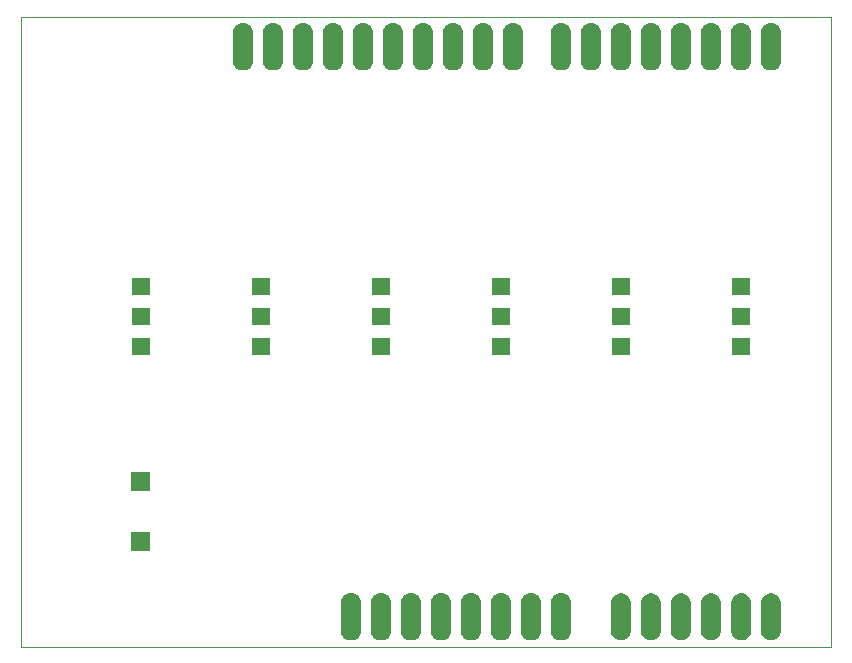
<source format=gts>
G75*
G71*
%OFA0B0*%
%FSLAX23Y23*%
%IPPOS*%
%LPD*%
%ADD10C,0.1*%
%LPD*%D10*
X0Y0D02*
X0Y100D01*
X0Y200D01*
X0Y300D01*
X0Y400D01*
X0Y499D01*
X0Y599D01*
X0Y699D01*
X0Y799D01*
X0Y899D01*
X0Y999D01*
X0Y1099D01*
X0Y1199D01*
X0Y1299D01*
X0Y1398D01*
X0Y1498D01*
X0Y1598D01*
X0Y1698D01*
X0Y1798D01*
X0Y1898D01*
X0Y1998D01*
X0Y2098D01*
X0Y2198D01*
X0Y2297D01*
X0Y2397D01*
X0Y2497D01*
X0Y2597D01*
X0Y2697D01*
X0Y2797D01*
X0Y2897D01*
X0Y2997D01*
X0Y3097D01*
X0Y3196D01*
X0Y3296D01*
X0Y3396D01*
X0Y3496D01*
X0Y3596D01*
X0Y3696D01*
X0Y3796D01*
X0Y3896D01*
X0Y3995D01*
X0Y4095D01*
X0Y4195D01*
X0Y4295D01*
X0Y4395D01*
X0Y4495D01*
X0Y4595D01*
X0Y4695D01*
X0Y4795D01*
X0Y4894D01*
X0Y4994D01*
X0Y5094D01*
X0Y5194D01*
X0Y5294D01*
X0Y5394D01*
X0Y5494D01*
X0Y5594D01*
X0Y5694D01*
X0Y5793D01*
X0Y5893D01*
X0Y5993D01*
X0Y6093D01*
X0Y6193D01*
X0Y6293D01*
X0Y6393D01*
X0Y6493D01*
X0Y6593D01*
X0Y6692D01*
X0Y6792D01*
X0Y6892D01*
X0Y6992D01*
X0Y7092D01*
X0Y7192D01*
X0Y7292D01*
X0Y7392D01*
X0Y7492D01*
X0Y7591D01*
X0Y7691D01*
X0Y7791D01*
X0Y7891D01*
X0Y7991D01*
X0Y8091D01*
X0Y8191D01*
X0Y8291D01*
X0Y8391D01*
X0Y8490D01*
X0Y8590D01*
X0Y8690D01*
X0Y8790D01*
X0Y8890D01*
X0Y8990D01*
X0Y9090D01*
X0Y9190D01*
X0Y9290D01*
X0Y9389D01*
X0Y9489D01*
X0Y9589D01*
X0Y9689D01*
X0Y9789D01*
X0Y9889D01*
X0Y9989D01*
X0Y10089D01*
X0Y10188D01*
X0Y10288D01*
X0Y10388D01*
X0Y10488D01*
X0Y10588D01*
X0Y10688D01*
X0Y10788D01*
X0Y10888D01*
X0Y10988D01*
X0Y11087D01*
X0Y11187D01*
X0Y11287D01*
X0Y11387D01*
X0Y11487D01*
X0Y11587D01*
X0Y11687D01*
X0Y11787D01*
X0Y11887D01*
X0Y11986D01*
X0Y12086D01*
X0Y12186D01*
X0Y12286D01*
X0Y12386D01*
X0Y12486D01*
X0Y12586D01*
X0Y12686D01*
X0Y12786D01*
X0Y12885D01*
X0Y12985D01*
X0Y13085D01*
X0Y13185D01*
X0Y13285D01*
X0Y13385D01*
X0Y13485D01*
X0Y13585D01*
X0Y13685D01*
X0Y13784D01*
X0Y13884D01*
X0Y13984D01*
X0Y14084D01*
X0Y14184D01*
X0Y14284D01*
X0Y14384D01*
X0Y14484D01*
X0Y14584D01*
X0Y14683D01*
X0Y14783D01*
X0Y14883D01*
X0Y14983D01*
X0Y15083D01*
X0Y15183D01*
X0Y15283D01*
X0Y15383D01*
X0Y15483D01*
X0Y15582D01*
X0Y15682D01*
X0Y15782D01*
X0Y15882D01*
X0Y15982D01*
X0Y16082D01*
X0Y16182D01*
X0Y16282D01*
X0Y16381D01*
X0Y16481D01*
X0Y16581D01*
X0Y16681D01*
X0Y16781D01*
X0Y16881D01*
X0Y16981D01*
X0Y17081D01*
X0Y17181D01*
X0Y17280D01*
X0Y17380D01*
X0Y17480D01*
X0Y17580D01*
X0Y17680D01*
X0Y17780D01*
X0Y17880D01*
X0Y17980D01*
X0Y18080D01*
X0Y18179D01*
X0Y18279D01*
X0Y18379D01*
X0Y18479D01*
X0Y18579D01*
X0Y18679D01*
X0Y18779D01*
X0Y18879D01*
X0Y18979D01*
X0Y19078D01*
X0Y19178D01*
X0Y19278D01*
X0Y19378D01*
X0Y19478D01*
X0Y19578D01*
X0Y19678D01*
X0Y19778D01*
X0Y19878D01*
X0Y19977D01*
X0Y20077D01*
X0Y20177D01*
X0Y20277D01*
X0Y20377D01*
X0Y20477D01*
X0Y20577D01*
X0Y20677D01*
X0Y20777D01*
X0Y20876D01*
X0Y20976D01*
X0Y21076D01*
X0Y21176D01*
X0Y21276D01*
X0Y21376D01*
X0Y21476D01*
X0Y21576D01*
X0Y21676D01*
X0Y21775D01*
X0Y21875D01*
X0Y21975D01*
X0Y22075D01*
X0Y22175D01*
X0Y22275D01*
X0Y22375D01*
X0Y22475D01*
X0Y22575D01*
X0Y22674D01*
X0Y22774D01*
X0Y22874D01*
X0Y22974D01*
X0Y23074D01*
X0Y23174D01*
X0Y23274D01*
X0Y23374D01*
X0Y23473D01*
X0Y23573D01*
X0Y23673D01*
X0Y23773D01*
X0Y23873D01*
X0Y23973D01*
X0Y24073D01*
X0Y24173D01*
X0Y24273D01*
X0Y24372D01*
X0Y24472D01*
X0Y24572D01*
X0Y24672D01*
X0Y24772D01*
X0Y24872D01*
X0Y24972D01*
X0Y25072D01*
X0Y25172D01*
X0Y25271D01*
X0Y25371D01*
X0Y25471D01*
X0Y25571D01*
X0Y25671D01*
X0Y25771D01*
X0Y25871D01*
X0Y25971D01*
X0Y26071D01*
X0Y26170D01*
X0Y26270D01*
X0Y26370D01*
X0Y26470D01*
X0Y26570D01*
X0Y26670D01*
X0Y26770D01*
X0Y26870D01*
X0Y26970D01*
X0Y27069D01*
X0Y27169D01*
X0Y27269D01*
X0Y27369D01*
X0Y27469D01*
X0Y27569D01*
X0Y27669D01*
X0Y27769D01*
X0Y27869D01*
X0Y27968D01*
X0Y28068D01*
X0Y28168D01*
X0Y28268D01*
X0Y28368D01*
X0Y28468D01*
X0Y28568D01*
X0Y28668D01*
X0Y28768D01*
X0Y28867D01*
X0Y28967D01*
X0Y29067D01*
X0Y29167D01*
X0Y29267D01*
X0Y29367D01*
X0Y29467D01*
X0Y29567D01*
X0Y29667D01*
X0Y29766D01*
X0Y29866D01*
X0Y29966D01*
X0Y30066D01*
X0Y30166D01*
X0Y30266D01*
X0Y30366D01*
X0Y30466D01*
X0Y30565D01*
X0Y30665D01*
X0Y30765D01*
X0Y30865D01*
X0Y30965D01*
X0Y31065D01*
X0Y31165D01*
X0Y31265D01*
X0Y31365D01*
X0Y31464D01*
X0Y31564D01*
X0Y31664D01*
X0Y31764D01*
X0Y31864D01*
X0Y31964D01*
X0Y32064D01*
X0Y32164D01*
X0Y32264D01*
X0Y32363D01*
X0Y32463D01*
X0Y32563D01*
X0Y32663D01*
X0Y32763D01*
X0Y32863D01*
X0Y32963D01*
X0Y33063D01*
X0Y33163D01*
X0Y33262D01*
X0Y33362D01*
X0Y33462D01*
X0Y33562D01*
X0Y33662D01*
X0Y33762D01*
X0Y33862D01*
X0Y33962D01*
X0Y34062D01*
X0Y34161D01*
X0Y34261D01*
X0Y34361D01*
X0Y34461D01*
X0Y34561D01*
X0Y34661D01*
X0Y34761D01*
X0Y34861D01*
X0Y34961D01*
X0Y35060D01*
X0Y35160D01*
X0Y35260D01*
X0Y35360D01*
X0Y35460D01*
X0Y35560D01*
X0Y35660D01*
X0Y35760D01*
X0Y35860D01*
X0Y35959D01*
X0Y36059D01*
X0Y36159D01*
X0Y36259D01*
X0Y36359D01*
X0Y36459D01*
X0Y36559D01*
X0Y36659D01*
X0Y36759D01*
X0Y36858D01*
X0Y36958D01*
X0Y37058D01*
X0Y37158D01*
X0Y37258D01*
X0Y37358D01*
X0Y37458D01*
X0Y37558D01*
X0Y37658D01*
X0Y37757D01*
X0Y37857D01*
X0Y37957D01*
X0Y38057D01*
X0Y38157D01*
X0Y38257D01*
X0Y38357D01*
X0Y38457D01*
X0Y38556D01*
X0Y38656D01*
X0Y38756D01*
X0Y38856D01*
X0Y38956D01*
X0Y39056D01*
X0Y39156D01*
X0Y39256D01*
X0Y39356D01*
X0Y39455D01*
X0Y39555D01*
X0Y39655D01*
X0Y39755D01*
X0Y39855D01*
X0Y39955D01*
X0Y40055D01*
X0Y40155D01*
X0Y40255D01*
X0Y40354D01*
X0Y40454D01*
X0Y40554D01*
X0Y40654D01*
X0Y40754D01*
X0Y40854D01*
X0Y40954D01*
X0Y41054D01*
X0Y41154D01*
X0Y41253D01*
X0Y41353D01*
X0Y41453D01*
X0Y41553D01*
X0Y41653D01*
X0Y41753D01*
X0Y41853D01*
X0Y41953D01*
X0Y42053D01*
X0Y42152D01*
X0Y42252D01*
X0Y42352D01*
X0Y42452D01*
X0Y42552D01*
X0Y42652D01*
X0Y42752D01*
X0Y42852D01*
X0Y42952D01*
X0Y43051D01*
X0Y43151D01*
X0Y43251D01*
X0Y43351D01*
X0Y43451D01*
X0Y43551D01*
X0Y43651D01*
X0Y43751D01*
X0Y43851D01*
X0Y43950D01*
X0Y44050D01*
X0Y44150D01*
X0Y44250D01*
X0Y44350D01*
X0Y44450D01*
X0Y44550D01*
X0Y44650D01*
X0Y44750D01*
X0Y44849D01*
X0Y44949D01*
X0Y45049D01*
X0Y45149D01*
X0Y45249D01*
X0Y45349D01*
X0Y45449D01*
X0Y45549D01*
X0Y45649D01*
X0Y45748D01*
X0Y45848D01*
X0Y45948D01*
X0Y46048D01*
X0Y46148D01*
X0Y46248D01*
X0Y46348D01*
X0Y46448D01*
X0Y46548D01*
X0Y46647D01*
X0Y46747D01*
X0Y46847D01*
X0Y46947D01*
X0Y47047D01*
X0Y47147D01*
X0Y47247D01*
X0Y47347D01*
X0Y47447D01*
X0Y47546D01*
X0Y47646D01*
X0Y47746D01*
X0Y47846D01*
X0Y47946D01*
X0Y48046D01*
X0Y48146D01*
X0Y48246D01*
X0Y48346D01*
X0Y48445D01*
X0Y48545D01*
X0Y48645D01*
X0Y48745D01*
X0Y48845D01*
X0Y48945D01*
X0Y49045D01*
X0Y49145D01*
X0Y49244D01*
X0Y49344D01*
X0Y49444D01*
X0Y49544D01*
X0Y49644D01*
X0Y49744D01*
X0Y49844D01*
X0Y49944D01*
X0Y50044D01*
X0Y50143D01*
X0Y50243D01*
X0Y50343D01*
X0Y50443D01*
X0Y50543D01*
X0Y50643D01*
X0Y50743D01*
X0Y50843D01*
X0Y50943D01*
X0Y51043D01*
X0Y51142D01*
X0Y51242D01*
X0Y51342D01*
X0Y51442D01*
X0Y51542D01*
X0Y51642D01*
X0Y51742D01*
X0Y51842D01*
X0Y51942D01*
X0Y52041D01*
X0Y52141D01*
X0Y52241D01*
X0Y52341D01*
X0Y52441D01*
X0Y52541D01*
X0Y52641D01*
X0Y52741D01*
X0Y52841D01*
X0Y52940D01*
X0Y53040D01*
X0Y53140D01*
X0Y53240D01*
X0Y53340D01*
X100Y53340D01*
X200Y53340D01*
X300Y53340D01*
X400Y53340D01*
X500Y53340D01*
X600Y53340D01*
X700Y53340D01*
X800Y53340D01*
X900Y53340D01*
X1000Y53340D01*
X1100Y53340D01*
X1200Y53340D01*
X1300Y53340D01*
X1400Y53340D01*
X1500Y53340D01*
X1600Y53340D01*
X1699Y53340D01*
X1799Y53340D01*
X1899Y53340D01*
X1999Y53340D01*
X2099Y53340D01*
X2199Y53340D01*
X2299Y53340D01*
X2399Y53340D01*
X2499Y53340D01*
X2599Y53340D01*
X2699Y53340D01*
X2799Y53340D01*
X2899Y53340D01*
X2999Y53340D01*
X3099Y53340D01*
X3199Y53340D01*
X3299Y53340D01*
X3399Y53340D01*
X3499Y53340D01*
X3599Y53340D01*
X3699Y53340D01*
X3799Y53340D01*
X3899Y53340D01*
X3999Y53340D01*
X4099Y53340D01*
X4199Y53340D01*
X4299Y53340D01*
X4399Y53340D01*
X4499Y53340D01*
X4599Y53340D01*
X4699Y53340D01*
X4799Y53340D01*
X4899Y53340D01*
X4999Y53340D01*
X5098Y53340D01*
X5198Y53340D01*
X5298Y53340D01*
X5398Y53340D01*
X5498Y53340D01*
X5598Y53340D01*
X5698Y53340D01*
X5798Y53340D01*
X5898Y53340D01*
X5998Y53340D01*
X6098Y53340D01*
X6198Y53340D01*
X6298Y53340D01*
X6398Y53340D01*
X6498Y53340D01*
X6598Y53340D01*
X6698Y53340D01*
X6798Y53340D01*
X6898Y53340D01*
X6998Y53340D01*
X7098Y53340D01*
X7198Y53340D01*
X7298Y53340D01*
X7398Y53340D01*
X7498Y53340D01*
X7598Y53340D01*
X7698Y53340D01*
X7798Y53340D01*
X7898Y53340D01*
X7998Y53340D01*
X8098Y53340D01*
X8198Y53340D01*
X8298Y53340D01*
X8398Y53340D01*
X8497Y53340D01*
X8597Y53340D01*
X8697Y53340D01*
X8797Y53340D01*
X8897Y53340D01*
X8997Y53340D01*
X9097Y53340D01*
X9197Y53340D01*
X9297Y53340D01*
X9397Y53340D01*
X9497Y53340D01*
X9597Y53340D01*
X9697Y53340D01*
X9797Y53340D01*
X9897Y53340D01*
X9997Y53340D01*
X10097Y53340D01*
X10197Y53340D01*
X10297Y53340D01*
X10397Y53340D01*
X10497Y53340D01*
X10597Y53340D01*
X10697Y53340D01*
X10797Y53340D01*
X10897Y53340D01*
X10997Y53340D01*
X11097Y53340D01*
X11197Y53340D01*
X11297Y53340D01*
X11397Y53340D01*
X11497Y53340D01*
X11597Y53340D01*
X11697Y53340D01*
X11797Y53340D01*
X11896Y53340D01*
X11996Y53340D01*
X12096Y53340D01*
X12196Y53340D01*
X12296Y53340D01*
X12396Y53340D01*
X12496Y53340D01*
X12596Y53340D01*
X12696Y53340D01*
X12796Y53340D01*
X12896Y53340D01*
X12996Y53340D01*
X13096Y53340D01*
X13196Y53340D01*
X13296Y53340D01*
X13396Y53340D01*
X13496Y53340D01*
X13596Y53340D01*
X13696Y53340D01*
X13796Y53340D01*
X13896Y53340D01*
X13996Y53340D01*
X14096Y53340D01*
X14196Y53340D01*
X14296Y53340D01*
X14396Y53340D01*
X14496Y53340D01*
X14596Y53340D01*
X14696Y53340D01*
X14796Y53340D01*
X14896Y53340D01*
X14996Y53340D01*
X15096Y53340D01*
X15195Y53340D01*
X15295Y53340D01*
X15395Y53340D01*
X15495Y53340D01*
X15595Y53340D01*
X15695Y53340D01*
X15795Y53340D01*
X15895Y53340D01*
X15995Y53340D01*
X16095Y53340D01*
X16195Y53340D01*
X16295Y53340D01*
X16395Y53340D01*
X16495Y53340D01*
X16595Y53340D01*
X16695Y53340D01*
X16795Y53340D01*
X16895Y53340D01*
X16995Y53340D01*
X17095Y53340D01*
X17195Y53340D01*
X17295Y53340D01*
X17395Y53340D01*
X17495Y53340D01*
X17595Y53340D01*
X17695Y53340D01*
X17795Y53340D01*
X17895Y53340D01*
X17995Y53340D01*
X18095Y53340D01*
X18195Y53340D01*
X18295Y53340D01*
X18395Y53340D01*
X18495Y53340D01*
X18594Y53340D01*
X18694Y53340D01*
X18794Y53340D01*
X18894Y53340D01*
X18994Y53340D01*
X19094Y53340D01*
X19194Y53340D01*
X19294Y53340D01*
X19394Y53340D01*
X19494Y53340D01*
X19594Y53340D01*
X19694Y53340D01*
X19794Y53340D01*
X19894Y53340D01*
X19994Y53340D01*
X20094Y53340D01*
X20194Y53340D01*
X20294Y53340D01*
X20394Y53340D01*
X20494Y53340D01*
X20594Y53340D01*
X20694Y53340D01*
X20794Y53340D01*
X20894Y53340D01*
X20994Y53340D01*
X21094Y53340D01*
X21194Y53340D01*
X21294Y53340D01*
X21394Y53340D01*
X21494Y53340D01*
X21594Y53340D01*
X21694Y53340D01*
X21794Y53340D01*
X21894Y53340D01*
X21993Y53340D01*
X22093Y53340D01*
X22193Y53340D01*
X22293Y53340D01*
X22393Y53340D01*
X22493Y53340D01*
X22593Y53340D01*
X22693Y53340D01*
X22793Y53340D01*
X22893Y53340D01*
X22993Y53340D01*
X23093Y53340D01*
X23193Y53340D01*
X23293Y53340D01*
X23393Y53340D01*
X23493Y53340D01*
X23593Y53340D01*
X23693Y53340D01*
X23793Y53340D01*
X23893Y53340D01*
X23993Y53340D01*
X24093Y53340D01*
X24193Y53340D01*
X24293Y53340D01*
X24393Y53340D01*
X24493Y53340D01*
X24593Y53340D01*
X24693Y53340D01*
X24793Y53340D01*
X24893Y53340D01*
X24993Y53340D01*
X25093Y53340D01*
X25193Y53340D01*
X25293Y53340D01*
X25392Y53340D01*
X25492Y53340D01*
X25592Y53340D01*
X25692Y53340D01*
X25792Y53340D01*
X25892Y53340D01*
X25992Y53340D01*
X26092Y53340D01*
X26192Y53340D01*
X26292Y53340D01*
X26392Y53340D01*
X26492Y53340D01*
X26592Y53340D01*
X26692Y53340D01*
X26792Y53340D01*
X26892Y53340D01*
X26992Y53340D01*
X27092Y53340D01*
X27192Y53340D01*
X27292Y53340D01*
X27392Y53340D01*
X27492Y53340D01*
X27592Y53340D01*
X27692Y53340D01*
X27792Y53340D01*
X27892Y53340D01*
X27992Y53340D01*
X28092Y53340D01*
X28192Y53340D01*
X28292Y53340D01*
X28392Y53340D01*
X28492Y53340D01*
X28592Y53340D01*
X28692Y53340D01*
X28791Y53340D01*
X28891Y53340D01*
X28991Y53340D01*
X29091Y53340D01*
X29191Y53340D01*
X29291Y53340D01*
X29391Y53340D01*
X29491Y53340D01*
X29591Y53340D01*
X29691Y53340D01*
X29791Y53340D01*
X29891Y53340D01*
X29991Y53340D01*
X30091Y53340D01*
X30191Y53340D01*
X30291Y53340D01*
X30391Y53340D01*
X30491Y53340D01*
X30591Y53340D01*
X30691Y53340D01*
X30791Y53340D01*
X30891Y53340D01*
X30991Y53340D01*
X31091Y53340D01*
X31191Y53340D01*
X31291Y53340D01*
X31391Y53340D01*
X31491Y53340D01*
X31591Y53340D01*
X31691Y53340D01*
X31791Y53340D01*
X31891Y53340D01*
X31991Y53340D01*
X32090Y53340D01*
X32190Y53340D01*
X32290Y53340D01*
X32390Y53340D01*
X32490Y53340D01*
X32590Y53340D01*
X32690Y53340D01*
X32790Y53340D01*
X32890Y53340D01*
X32990Y53340D01*
X33090Y53340D01*
X33190Y53340D01*
X33290Y53340D01*
X33390Y53340D01*
X33490Y53340D01*
X33590Y53340D01*
X33690Y53340D01*
X33790Y53340D01*
X33890Y53340D01*
X33990Y53340D01*
X34090Y53340D01*
X34190Y53340D01*
X34290Y53340D01*
X34390Y53340D01*
X34490Y53340D01*
X34590Y53340D01*
X34690Y53340D01*
X34790Y53340D01*
X34890Y53340D01*
X34990Y53340D01*
X35090Y53340D01*
X35190Y53340D01*
X35290Y53340D01*
X35390Y53340D01*
X35490Y53340D01*
X35589Y53340D01*
X35689Y53340D01*
X35789Y53340D01*
X35889Y53340D01*
X35989Y53340D01*
X36089Y53340D01*
X36189Y53340D01*
X36289Y53340D01*
X36389Y53340D01*
X36489Y53340D01*
X36589Y53340D01*
X36689Y53340D01*
X36789Y53340D01*
X36889Y53340D01*
X36989Y53340D01*
X37089Y53340D01*
X37189Y53340D01*
X37289Y53340D01*
X37389Y53340D01*
X37489Y53340D01*
X37589Y53340D01*
X37689Y53340D01*
X37789Y53340D01*
X37889Y53340D01*
X37989Y53340D01*
X38089Y53340D01*
X38189Y53340D01*
X38289Y53340D01*
X38389Y53340D01*
X38489Y53340D01*
X38589Y53340D01*
X38689Y53340D01*
X38789Y53340D01*
X38888Y53340D01*
X38988Y53340D01*
X39088Y53340D01*
X39188Y53340D01*
X39288Y53340D01*
X39388Y53340D01*
X39488Y53340D01*
X39588Y53340D01*
X39688Y53340D01*
X39788Y53340D01*
X39888Y53340D01*
X39988Y53340D01*
X40088Y53340D01*
X40188Y53340D01*
X40288Y53340D01*
X40388Y53340D01*
X40488Y53340D01*
X40588Y53340D01*
X40688Y53340D01*
X40788Y53340D01*
X40888Y53340D01*
X40988Y53340D01*
X41088Y53340D01*
X41188Y53340D01*
X41288Y53340D01*
X41388Y53340D01*
X41488Y53340D01*
X41588Y53340D01*
X41688Y53340D01*
X41788Y53340D01*
X41888Y53340D01*
X41988Y53340D01*
X42088Y53340D01*
X42188Y53340D01*
X42288Y53340D01*
X42387Y53340D01*
X42487Y53340D01*
X42587Y53340D01*
X42687Y53340D01*
X42787Y53340D01*
X42887Y53340D01*
X42987Y53340D01*
X43087Y53340D01*
X43187Y53340D01*
X43287Y53340D01*
X43387Y53340D01*
X43487Y53340D01*
X43587Y53340D01*
X43687Y53340D01*
X43787Y53340D01*
X43887Y53340D01*
X43987Y53340D01*
X44087Y53340D01*
X44187Y53340D01*
X44287Y53340D01*
X44387Y53340D01*
X44487Y53340D01*
X44587Y53340D01*
X44687Y53340D01*
X44787Y53340D01*
X44887Y53340D01*
X44987Y53340D01*
X45087Y53340D01*
X45187Y53340D01*
X45287Y53340D01*
X45387Y53340D01*
X45487Y53340D01*
X45587Y53340D01*
X45687Y53340D01*
X45786Y53340D01*
X45886Y53340D01*
X45986Y53340D01*
X46086Y53340D01*
X46186Y53340D01*
X46286Y53340D01*
X46386Y53340D01*
X46486Y53340D01*
X46586Y53340D01*
X46686Y53340D01*
X46786Y53340D01*
X46886Y53340D01*
X46986Y53340D01*
X47086Y53340D01*
X47186Y53340D01*
X47286Y53340D01*
X47386Y53340D01*
X47486Y53340D01*
X47586Y53340D01*
X47686Y53340D01*
X47786Y53340D01*
X47886Y53340D01*
X47986Y53340D01*
X48086Y53340D01*
X48186Y53340D01*
X48286Y53340D01*
X48386Y53340D01*
X48486Y53340D01*
X48586Y53340D01*
X48686Y53340D01*
X48786Y53340D01*
X48886Y53340D01*
X48986Y53340D01*
X49086Y53340D01*
X49185Y53340D01*
X49285Y53340D01*
X49385Y53340D01*
X49485Y53340D01*
X49585Y53340D01*
X49685Y53340D01*
X49785Y53340D01*
X49885Y53340D01*
X49985Y53340D01*
X50085Y53340D01*
X50185Y53340D01*
X50285Y53340D01*
X50385Y53340D01*
X50485Y53340D01*
X50585Y53340D01*
X50685Y53340D01*
X50785Y53340D01*
X50885Y53340D01*
X50985Y53340D01*
X51085Y53340D01*
X51185Y53340D01*
X51285Y53340D01*
X51385Y53340D01*
X51485Y53340D01*
X51585Y53340D01*
X51685Y53340D01*
X51785Y53340D01*
X51885Y53340D01*
X51985Y53340D01*
X52085Y53340D01*
X52185Y53340D01*
X52285Y53340D01*
X52385Y53340D01*
X52485Y53340D01*
X52584Y53340D01*
X52684Y53340D01*
X52784Y53340D01*
X52884Y53340D01*
X52984Y53340D01*
X53084Y53340D01*
X53184Y53340D01*
X53284Y53340D01*
X53384Y53340D01*
X53484Y53340D01*
X53584Y53340D01*
X53684Y53340D01*
X53784Y53340D01*
X53884Y53340D01*
X53984Y53340D01*
X54084Y53340D01*
X54184Y53340D01*
X54284Y53340D01*
X54384Y53340D01*
X54484Y53340D01*
X54584Y53340D01*
X54684Y53340D01*
X54784Y53340D01*
X54884Y53340D01*
X54984Y53340D01*
X55084Y53340D01*
X55184Y53340D01*
X55284Y53340D01*
X55384Y53340D01*
X55484Y53340D01*
X55584Y53340D01*
X55684Y53340D01*
X55784Y53340D01*
X55884Y53340D01*
X55983Y53340D01*
X56083Y53340D01*
X56183Y53340D01*
X56283Y53340D01*
X56383Y53340D01*
X56483Y53340D01*
X56583Y53340D01*
X56683Y53340D01*
X56783Y53340D01*
X56883Y53340D01*
X56983Y53340D01*
X57083Y53340D01*
X57183Y53340D01*
X57283Y53340D01*
X57383Y53340D01*
X57483Y53340D01*
X57583Y53340D01*
X57683Y53340D01*
X57783Y53340D01*
X57883Y53340D01*
X57983Y53340D01*
X58083Y53340D01*
X58183Y53340D01*
X58283Y53340D01*
X58383Y53340D01*
X58483Y53340D01*
X58583Y53340D01*
X58683Y53340D01*
X58783Y53340D01*
X58883Y53340D01*
X58983Y53340D01*
X59083Y53340D01*
X59183Y53340D01*
X59283Y53340D01*
X59383Y53340D01*
X59482Y53340D01*
X59582Y53340D01*
X59682Y53340D01*
X59782Y53340D01*
X59882Y53340D01*
X59982Y53340D01*
X60082Y53340D01*
X60182Y53340D01*
X60282Y53340D01*
X60382Y53340D01*
X60482Y53340D01*
X60582Y53340D01*
X60682Y53340D01*
X60782Y53340D01*
X60882Y53340D01*
X60982Y53340D01*
X61082Y53340D01*
X61182Y53340D01*
X61282Y53340D01*
X61382Y53340D01*
X61482Y53340D01*
X61582Y53340D01*
X61682Y53340D01*
X61782Y53340D01*
X61882Y53340D01*
X61982Y53340D01*
X62082Y53340D01*
X62182Y53340D01*
X62282Y53340D01*
X62382Y53340D01*
X62482Y53340D01*
X62582Y53340D01*
X62682Y53340D01*
X62782Y53340D01*
X62882Y53340D01*
X62981Y53340D01*
X63081Y53340D01*
X63181Y53340D01*
X63281Y53340D01*
X63381Y53340D01*
X63481Y53340D01*
X63581Y53340D01*
X63681Y53340D01*
X63781Y53340D01*
X63881Y53340D01*
X63981Y53340D01*
X64081Y53340D01*
X64181Y53340D01*
X64281Y53340D01*
X64381Y53340D01*
X64481Y53340D01*
X64581Y53340D01*
X64681Y53340D01*
X64781Y53340D01*
X64881Y53340D01*
X64981Y53340D01*
X65081Y53340D01*
X65181Y53340D01*
X65281Y53340D01*
X65381Y53340D01*
X65481Y53340D01*
X65581Y53340D01*
X65681Y53340D01*
X65781Y53340D01*
X65881Y53340D01*
X65981Y53340D01*
X66081Y53340D01*
X66181Y53340D01*
X66281Y53340D01*
X66381Y53340D01*
X66481Y53340D01*
X66580Y53340D01*
X66680Y53340D01*
X66780Y53340D01*
X66880Y53340D01*
X66980Y53340D01*
X67080Y53340D01*
X67180Y53340D01*
X67280Y53340D01*
X67380Y53340D01*
X67480Y53340D01*
X67580Y53340D01*
X67680Y53340D01*
X67780Y53340D01*
X67880Y53340D01*
X67980Y53340D01*
X68080Y53340D01*
X68180Y53340D01*
X68280Y53340D01*
X68380Y53340D01*
X68480Y53340D01*
X68580Y53340D01*
X68580Y53240D01*
X68580Y53140D01*
X68580Y53040D01*
X68580Y52940D01*
X68580Y52841D01*
X68580Y52741D01*
X68580Y52641D01*
X68580Y52541D01*
X68580Y52441D01*
X68580Y52341D01*
X68580Y52241D01*
X68580Y52141D01*
X68580Y52041D01*
X68580Y51942D01*
X68580Y51842D01*
X68580Y51742D01*
X68580Y51642D01*
X68580Y51542D01*
X68580Y51442D01*
X68580Y51342D01*
X68580Y51242D01*
X68580Y51142D01*
X68580Y51043D01*
X68580Y50943D01*
X68580Y50843D01*
X68580Y50743D01*
X68580Y50643D01*
X68580Y50543D01*
X68580Y50443D01*
X68580Y50343D01*
X68580Y50243D01*
X68580Y50144D01*
X68580Y50044D01*
X68580Y49944D01*
X68580Y49844D01*
X68580Y49744D01*
X68580Y49644D01*
X68580Y49544D01*
X68580Y49444D01*
X68580Y49345D01*
X68580Y49245D01*
X68580Y49145D01*
X68580Y49045D01*
X68580Y48945D01*
X68580Y48845D01*
X68580Y48745D01*
X68580Y48645D01*
X68580Y48545D01*
X68580Y48446D01*
X68580Y48346D01*
X68580Y48246D01*
X68580Y48146D01*
X68580Y48046D01*
X68580Y47946D01*
X68580Y47846D01*
X68580Y47746D01*
X68580Y47646D01*
X68580Y47547D01*
X68580Y47447D01*
X68580Y47347D01*
X68580Y47247D01*
X68580Y47147D01*
X68580Y47047D01*
X68580Y46947D01*
X68580Y46847D01*
X68580Y46747D01*
X68580Y46648D01*
X68580Y46548D01*
X68580Y46448D01*
X68580Y46348D01*
X68580Y46248D01*
X68580Y46148D01*
X68580Y46048D01*
X68580Y45948D01*
X68580Y45848D01*
X68580Y45749D01*
X68580Y45649D01*
X68580Y45549D01*
X68580Y45449D01*
X68580Y45349D01*
X68580Y45249D01*
X68580Y45149D01*
X68580Y45049D01*
X68580Y44949D01*
X68580Y44850D01*
X68580Y44750D01*
X68580Y44650D01*
X68580Y44550D01*
X68580Y44450D01*
X68580Y44350D01*
X68580Y44250D01*
X68580Y44150D01*
X68580Y44050D01*
X68580Y43951D01*
X68580Y43851D01*
X68580Y43751D01*
X68580Y43651D01*
X68580Y43551D01*
X68580Y43451D01*
X68580Y43351D01*
X68580Y43251D01*
X68580Y43152D01*
X68580Y43052D01*
X68580Y42952D01*
X68580Y42852D01*
X68580Y42752D01*
X68580Y42652D01*
X68580Y42552D01*
X68580Y42452D01*
X68580Y42352D01*
X68580Y42253D01*
X68580Y42153D01*
X68580Y42053D01*
X68580Y41953D01*
X68580Y41853D01*
X68580Y41753D01*
X68580Y41653D01*
X68580Y41553D01*
X68580Y41453D01*
X68580Y41354D01*
X68580Y41254D01*
X68580Y41154D01*
X68580Y41054D01*
X68580Y40954D01*
X68580Y40854D01*
X68580Y40754D01*
X68580Y40654D01*
X68580Y40554D01*
X68580Y40455D01*
X68580Y40355D01*
X68580Y40255D01*
X68580Y40155D01*
X68580Y40055D01*
X68580Y39955D01*
X68580Y39855D01*
X68580Y39755D01*
X68580Y39655D01*
X68580Y39556D01*
X68580Y39456D01*
X68580Y39356D01*
X68580Y39256D01*
X68580Y39156D01*
X68580Y39056D01*
X68580Y38956D01*
X68580Y38856D01*
X68580Y38756D01*
X68580Y38657D01*
X68580Y38557D01*
X68580Y38457D01*
X68580Y38357D01*
X68580Y38257D01*
X68580Y38157D01*
X68580Y38057D01*
X68580Y37957D01*
X68580Y37857D01*
X68580Y37758D01*
X68580Y37658D01*
X68580Y37558D01*
X68580Y37458D01*
X68580Y37358D01*
X68580Y37258D01*
X68580Y37158D01*
X68580Y37058D01*
X68580Y36959D01*
X68580Y36859D01*
X68580Y36759D01*
X68580Y36659D01*
X68580Y36559D01*
X68580Y36459D01*
X68580Y36359D01*
X68580Y36259D01*
X68580Y36159D01*
X68580Y36060D01*
X68580Y35960D01*
X68580Y35860D01*
X68580Y35760D01*
X68580Y35660D01*
X68580Y35560D01*
X68580Y35460D01*
X68580Y35360D01*
X68580Y35260D01*
X68580Y35161D01*
X68580Y35061D01*
X68580Y34961D01*
X68580Y34861D01*
X68580Y34761D01*
X68580Y34661D01*
X68580Y34561D01*
X68580Y34461D01*
X68580Y34361D01*
X68580Y34262D01*
X68580Y34162D01*
X68580Y34062D01*
X68580Y33962D01*
X68580Y33862D01*
X68580Y33762D01*
X68580Y33662D01*
X68580Y33562D01*
X68580Y33462D01*
X68580Y33363D01*
X68580Y33263D01*
X68580Y33163D01*
X68580Y33063D01*
X68580Y32963D01*
X68580Y32863D01*
X68580Y32763D01*
X68580Y32663D01*
X68580Y32563D01*
X68580Y32464D01*
X68580Y32364D01*
X68580Y32264D01*
X68580Y32164D01*
X68580Y32064D01*
X68580Y31964D01*
X68580Y31864D01*
X68580Y31764D01*
X68580Y31664D01*
X68580Y31565D01*
X68580Y31465D01*
X68580Y31365D01*
X68580Y31265D01*
X68580Y31165D01*
X68580Y31065D01*
X68580Y30965D01*
X68580Y30865D01*
X68580Y30765D01*
X68580Y30666D01*
X68580Y30566D01*
X68580Y30466D01*
X68580Y30366D01*
X68580Y30266D01*
X68580Y30166D01*
X68580Y30066D01*
X68580Y29966D01*
X68580Y29867D01*
X68580Y29767D01*
X68580Y29667D01*
X68580Y29567D01*
X68580Y29467D01*
X68580Y29367D01*
X68580Y29267D01*
X68580Y29167D01*
X68580Y29067D01*
X68580Y28968D01*
X68580Y28868D01*
X68580Y28768D01*
X68580Y28668D01*
X68580Y28568D01*
X68580Y28468D01*
X68580Y28368D01*
X68580Y28268D01*
X68580Y28168D01*
X68580Y28069D01*
X68580Y27969D01*
X68580Y27869D01*
X68580Y27769D01*
X68580Y27669D01*
X68580Y27569D01*
X68580Y27469D01*
X68580Y27369D01*
X68580Y27269D01*
X68580Y27170D01*
X68580Y27070D01*
X68580Y26970D01*
X68580Y26870D01*
X68580Y26770D01*
X68580Y26670D01*
X68580Y26570D01*
X68580Y26470D01*
X68580Y26370D01*
X68580Y26271D01*
X68580Y26171D01*
X68580Y26071D01*
X68580Y25971D01*
X68580Y25871D01*
X68580Y25771D01*
X68580Y25671D01*
X68580Y25571D01*
X68580Y25471D01*
X68580Y25372D01*
X68580Y25272D01*
X68580Y25172D01*
X68580Y25072D01*
X68580Y24972D01*
X68580Y24872D01*
X68580Y24772D01*
X68580Y24672D01*
X68580Y24572D01*
X68580Y24473D01*
X68580Y24373D01*
X68580Y24273D01*
X68580Y24173D01*
X68580Y24073D01*
X68580Y23973D01*
X68580Y23873D01*
X68580Y23773D01*
X68580Y23673D01*
X68580Y23574D01*
X68580Y23474D01*
X68580Y23374D01*
X68580Y23274D01*
X68580Y23174D01*
X68580Y23074D01*
X68580Y22974D01*
X68580Y22874D01*
X68580Y22775D01*
X68580Y22675D01*
X68580Y22575D01*
X68580Y22475D01*
X68580Y22375D01*
X68580Y22275D01*
X68580Y22175D01*
X68580Y22075D01*
X68580Y21975D01*
X68580Y21876D01*
X68580Y21776D01*
X68580Y21676D01*
X68580Y21576D01*
X68580Y21476D01*
X68580Y21376D01*
X68580Y21276D01*
X68580Y21176D01*
X68580Y21076D01*
X68580Y20977D01*
X68580Y20877D01*
X68580Y20777D01*
X68580Y20677D01*
X68580Y20577D01*
X68580Y20477D01*
X68580Y20377D01*
X68580Y20277D01*
X68580Y20177D01*
X68580Y20078D01*
X68580Y19978D01*
X68580Y19878D01*
X68580Y19778D01*
X68580Y19678D01*
X68580Y19578D01*
X68580Y19478D01*
X68580Y19378D01*
X68580Y19278D01*
X68580Y19179D01*
X68580Y19079D01*
X68580Y18979D01*
X68580Y18879D01*
X68580Y18779D01*
X68580Y18679D01*
X68580Y18579D01*
X68580Y18479D01*
X68580Y18379D01*
X68580Y18280D01*
X68580Y18180D01*
X68580Y18080D01*
X68580Y17980D01*
X68580Y17880D01*
X68580Y17780D01*
X68580Y17680D01*
X68580Y17580D01*
X68580Y17480D01*
X68580Y17381D01*
X68580Y17281D01*
X68580Y17181D01*
X68580Y17081D01*
X68580Y16981D01*
X68580Y16881D01*
X68580Y16781D01*
X68580Y16681D01*
X68580Y16581D01*
X68580Y16482D01*
X68580Y16382D01*
X68580Y16282D01*
X68580Y16182D01*
X68580Y16082D01*
X68580Y15982D01*
X68580Y15882D01*
X68580Y15782D01*
X68580Y15682D01*
X68580Y15583D01*
X68580Y15483D01*
X68580Y15383D01*
X68580Y15283D01*
X68580Y15183D01*
X68580Y15083D01*
X68580Y14983D01*
X68580Y14883D01*
X68580Y14784D01*
X68580Y14684D01*
X68580Y14584D01*
X68580Y14484D01*
X68580Y14384D01*
X68580Y14284D01*
X68580Y14184D01*
X68580Y14084D01*
X68580Y13984D01*
X68580Y13885D01*
X68580Y13785D01*
X68580Y13685D01*
X68580Y13585D01*
X68580Y13485D01*
X68580Y13385D01*
X68580Y13285D01*
X68580Y13185D01*
X68580Y13085D01*
X68580Y12986D01*
X68580Y12886D01*
X68580Y12786D01*
X68580Y12686D01*
X68580Y12586D01*
X68580Y12486D01*
X68580Y12386D01*
X68580Y12286D01*
X68580Y12186D01*
X68580Y12087D01*
X68580Y11987D01*
X68580Y11887D01*
X68580Y11787D01*
X68580Y11687D01*
X68580Y11587D01*
X68580Y11487D01*
X68580Y11387D01*
X68580Y11287D01*
X68580Y11188D01*
X68580Y11088D01*
X68580Y10988D01*
X68580Y10888D01*
X68580Y10788D01*
X68580Y10688D01*
X68580Y10588D01*
X68580Y10488D01*
X68580Y10388D01*
X68580Y10289D01*
X68580Y10189D01*
X68580Y10089D01*
X68580Y9989D01*
X68580Y9889D01*
X68580Y9789D01*
X68580Y9689D01*
X68580Y9589D01*
X68580Y9489D01*
X68580Y9390D01*
X68580Y9290D01*
X68580Y9190D01*
X68580Y9090D01*
X68580Y8990D01*
X68580Y8890D01*
X68580Y8790D01*
X68580Y8690D01*
X68580Y8590D01*
X68580Y8491D01*
X68580Y8391D01*
X68580Y8291D01*
X68580Y8191D01*
X68580Y8091D01*
X68580Y7991D01*
X68580Y7891D01*
X68580Y7791D01*
X68580Y7691D01*
X68580Y7592D01*
X68580Y7492D01*
X68580Y7392D01*
X68580Y7292D01*
X68580Y7192D01*
X68580Y7092D01*
X68580Y6992D01*
X68580Y6892D01*
X68580Y6792D01*
X68580Y6693D01*
X68580Y6593D01*
X68580Y6493D01*
X68580Y6393D01*
X68580Y6293D01*
X68580Y6193D01*
X68580Y6093D01*
X68580Y5993D01*
X68580Y5893D01*
X68580Y5794D01*
X68580Y5694D01*
X68580Y5594D01*
X68580Y5494D01*
X68580Y5394D01*
X68580Y5294D01*
X68580Y5194D01*
X68580Y5094D01*
X68580Y4994D01*
X68580Y4895D01*
X68580Y4795D01*
X68580Y4695D01*
X68580Y4595D01*
X68580Y4495D01*
X68580Y4395D01*
X68580Y4295D01*
X68580Y4195D01*
X68580Y4096D01*
X68580Y3996D01*
X68580Y3896D01*
X68580Y3796D01*
X68580Y3696D01*
X68580Y3596D01*
X68580Y3496D01*
X68580Y3396D01*
X68580Y3296D01*
X68580Y3197D01*
X68580Y3097D01*
X68580Y2997D01*
X68580Y2897D01*
X68580Y2797D01*
X68580Y2697D01*
X68580Y2597D01*
X68580Y2497D01*
X68580Y2397D01*
X68580Y2297D01*
X68580Y2198D01*
X68580Y2098D01*
X68580Y1998D01*
X68580Y1898D01*
X68580Y1798D01*
X68580Y1698D01*
X68580Y1598D01*
X68580Y1498D01*
X68580Y1398D01*
X68580Y1299D01*
X68580Y1199D01*
X68580Y1099D01*
X68580Y999D01*
X68580Y899D01*
X68580Y799D01*
X68580Y699D01*
X68580Y599D01*
X68580Y499D01*
X68580Y400D01*
X68580Y300D01*
X68580Y200D01*
X68580Y100D01*
X68580Y0D01*
X68480Y0D01*
X68380Y0D01*
X68280Y0D01*
X68180Y0D01*
X68080Y0D01*
X67980Y0D01*
X67880Y0D01*
X67780Y0D01*
X67680Y0D01*
X67580Y0D01*
X67480Y0D01*
X67380Y0D01*
X67280Y0D01*
X67180Y0D01*
X67080Y0D01*
X66980Y0D01*
X66881Y0D01*
X66781Y0D01*
X66681Y0D01*
X66581Y0D01*
X66481Y0D01*
X66381Y0D01*
X66281Y0D01*
X66181Y0D01*
X66081Y0D01*
X65981Y0D01*
X65881Y0D01*
X65781Y0D01*
X65681Y0D01*
X65581Y0D01*
X65481Y0D01*
X65381Y0D01*
X65281Y0D01*
X65181Y0D01*
X65081Y0D01*
X64981Y0D01*
X64881Y0D01*
X64781Y0D01*
X64681Y0D01*
X64581Y0D01*
X64481Y0D01*
X64381Y0D01*
X64281Y0D01*
X64181Y0D01*
X64081Y0D01*
X63981Y0D01*
X63881Y0D01*
X63781Y0D01*
X63681Y0D01*
X63581Y0D01*
X63482Y0D01*
X63382Y0D01*
X63282Y0D01*
X63182Y0D01*
X63082Y0D01*
X62982Y0D01*
X62882Y0D01*
X62782Y0D01*
X62682Y0D01*
X62582Y0D01*
X62482Y0D01*
X62382Y0D01*
X62282Y0D01*
X62182Y0D01*
X62082Y0D01*
X61982Y0D01*
X61882Y0D01*
X61782Y0D01*
X61682Y0D01*
X61582Y0D01*
X61482Y0D01*
X61382Y0D01*
X61282Y0D01*
X61182Y0D01*
X61082Y0D01*
X60982Y0D01*
X60882Y0D01*
X60782Y0D01*
X60682Y0D01*
X60582Y0D01*
X60482Y0D01*
X60382Y0D01*
X60282Y0D01*
X60182Y0D01*
X60083Y0D01*
X59983Y0D01*
X59883Y0D01*
X59783Y0D01*
X59683Y0D01*
X59583Y0D01*
X59483Y0D01*
X59383Y0D01*
X59283Y0D01*
X59183Y0D01*
X59083Y0D01*
X58983Y0D01*
X58883Y0D01*
X58783Y0D01*
X58683Y0D01*
X58583Y0D01*
X58483Y0D01*
X58383Y0D01*
X58283Y0D01*
X58183Y0D01*
X58083Y0D01*
X57983Y0D01*
X57883Y0D01*
X57783Y0D01*
X57683Y0D01*
X57583Y0D01*
X57483Y0D01*
X57383Y0D01*
X57283Y0D01*
X57183Y0D01*
X57083Y0D01*
X56983Y0D01*
X56883Y0D01*
X56783Y0D01*
X56684Y0D01*
X56584Y0D01*
X56484Y0D01*
X56384Y0D01*
X56284Y0D01*
X56184Y0D01*
X56084Y0D01*
X55984Y0D01*
X55884Y0D01*
X55784Y0D01*
X55684Y0D01*
X55584Y0D01*
X55484Y0D01*
X55384Y0D01*
X55284Y0D01*
X55184Y0D01*
X55084Y0D01*
X54984Y0D01*
X54884Y0D01*
X54784Y0D01*
X54684Y0D01*
X54584Y0D01*
X54484Y0D01*
X54384Y0D01*
X54284Y0D01*
X54184Y0D01*
X54084Y0D01*
X53984Y0D01*
X53884Y0D01*
X53784Y0D01*
X53684Y0D01*
X53584Y0D01*
X53484Y0D01*
X53385Y0D01*
X53285Y0D01*
X53185Y0D01*
X53085Y0D01*
X52985Y0D01*
X52885Y0D01*
X52785Y0D01*
X52685Y0D01*
X52585Y0D01*
X52485Y0D01*
X52385Y0D01*
X52285Y0D01*
X52185Y0D01*
X52085Y0D01*
X51985Y0D01*
X51885Y0D01*
X51785Y0D01*
X51685Y0D01*
X51585Y0D01*
X51485Y0D01*
X51385Y0D01*
X51285Y0D01*
X51185Y0D01*
X51085Y0D01*
X50985Y0D01*
X50885Y0D01*
X50785Y0D01*
X50685Y0D01*
X50585Y0D01*
X50485Y0D01*
X50385Y0D01*
X50285Y0D01*
X50185Y0D01*
X50085Y0D01*
X49986Y0D01*
X49886Y0D01*
X49786Y0D01*
X49686Y0D01*
X49586Y0D01*
X49486Y0D01*
X49386Y0D01*
X49286Y0D01*
X49186Y0D01*
X49086Y0D01*
X48986Y0D01*
X48886Y0D01*
X48786Y0D01*
X48686Y0D01*
X48586Y0D01*
X48486Y0D01*
X48386Y0D01*
X48286Y0D01*
X48186Y0D01*
X48086Y0D01*
X47986Y0D01*
X47886Y0D01*
X47786Y0D01*
X47686Y0D01*
X47586Y0D01*
X47486Y0D01*
X47386Y0D01*
X47286Y0D01*
X47186Y0D01*
X47086Y0D01*
X46986Y0D01*
X46886Y0D01*
X46786Y0D01*
X46686Y0D01*
X46587Y0D01*
X46487Y0D01*
X46387Y0D01*
X46287Y0D01*
X46187Y0D01*
X46087Y0D01*
X45987Y0D01*
X45887Y0D01*
X45787Y0D01*
X45687Y0D01*
X45587Y0D01*
X45487Y0D01*
X45387Y0D01*
X45287Y0D01*
X45187Y0D01*
X45087Y0D01*
X44987Y0D01*
X44887Y0D01*
X44787Y0D01*
X44687Y0D01*
X44587Y0D01*
X44487Y0D01*
X44387Y0D01*
X44287Y0D01*
X44187Y0D01*
X44087Y0D01*
X43987Y0D01*
X43887Y0D01*
X43787Y0D01*
X43687Y0D01*
X43587Y0D01*
X43487Y0D01*
X43387Y0D01*
X43287Y0D01*
X43188Y0D01*
X43088Y0D01*
X42988Y0D01*
X42888Y0D01*
X42788Y0D01*
X42688Y0D01*
X42588Y0D01*
X42488Y0D01*
X42388Y0D01*
X42288Y0D01*
X42188Y0D01*
X42088Y0D01*
X41988Y0D01*
X41888Y0D01*
X41788Y0D01*
X41688Y0D01*
X41588Y0D01*
X41488Y0D01*
X41388Y0D01*
X41288Y0D01*
X41188Y0D01*
X41088Y0D01*
X40988Y0D01*
X40888Y0D01*
X40788Y0D01*
X40688Y0D01*
X40588Y0D01*
X40488Y0D01*
X40388Y0D01*
X40288Y0D01*
X40188Y0D01*
X40088Y0D01*
X39988Y0D01*
X39888Y0D01*
X39789Y0D01*
X39689Y0D01*
X39589Y0D01*
X39489Y0D01*
X39389Y0D01*
X39289Y0D01*
X39189Y0D01*
X39089Y0D01*
X38989Y0D01*
X38889Y0D01*
X38789Y0D01*
X38689Y0D01*
X38589Y0D01*
X38489Y0D01*
X38389Y0D01*
X38289Y0D01*
X38189Y0D01*
X38089Y0D01*
X37989Y0D01*
X37889Y0D01*
X37789Y0D01*
X37689Y0D01*
X37589Y0D01*
X37489Y0D01*
X37389Y0D01*
X37289Y0D01*
X37189Y0D01*
X37089Y0D01*
X36989Y0D01*
X36889Y0D01*
X36789Y0D01*
X36689Y0D01*
X36589Y0D01*
X36490Y0D01*
X36390Y0D01*
X36290Y0D01*
X36190Y0D01*
X36090Y0D01*
X35990Y0D01*
X35890Y0D01*
X35790Y0D01*
X35690Y0D01*
X35590Y0D01*
X35490Y0D01*
X35390Y0D01*
X35290Y0D01*
X35190Y0D01*
X35090Y0D01*
X34990Y0D01*
X34890Y0D01*
X34790Y0D01*
X34690Y0D01*
X34590Y0D01*
X34490Y0D01*
X34390Y0D01*
X34290Y0D01*
X34190Y0D01*
X34090Y0D01*
X33990Y0D01*
X33890Y0D01*
X33790Y0D01*
X33690Y0D01*
X33590Y0D01*
X33490Y0D01*
X33390Y0D01*
X33290Y0D01*
X33190Y0D01*
X33090Y0D01*
X32991Y0D01*
X32891Y0D01*
X32791Y0D01*
X32691Y0D01*
X32591Y0D01*
X32491Y0D01*
X32391Y0D01*
X32291Y0D01*
X32191Y0D01*
X32091Y0D01*
X31991Y0D01*
X31891Y0D01*
X31791Y0D01*
X31691Y0D01*
X31591Y0D01*
X31491Y0D01*
X31391Y0D01*
X31291Y0D01*
X31191Y0D01*
X31091Y0D01*
X30991Y0D01*
X30891Y0D01*
X30791Y0D01*
X30691Y0D01*
X30591Y0D01*
X30491Y0D01*
X30391Y0D01*
X30291Y0D01*
X30191Y0D01*
X30091Y0D01*
X29991Y0D01*
X29891Y0D01*
X29791Y0D01*
X29692Y0D01*
X29592Y0D01*
X29492Y0D01*
X29392Y0D01*
X29292Y0D01*
X29192Y0D01*
X29092Y0D01*
X28992Y0D01*
X28892Y0D01*
X28792Y0D01*
X28692Y0D01*
X28592Y0D01*
X28492Y0D01*
X28392Y0D01*
X28292Y0D01*
X28192Y0D01*
X28092Y0D01*
X27992Y0D01*
X27892Y0D01*
X27792Y0D01*
X27692Y0D01*
X27592Y0D01*
X27492Y0D01*
X27392Y0D01*
X27292Y0D01*
X27192Y0D01*
X27092Y0D01*
X26992Y0D01*
X26892Y0D01*
X26792Y0D01*
X26692Y0D01*
X26592Y0D01*
X26492Y0D01*
X26392Y0D01*
X26292Y0D01*
X26193Y0D01*
X26093Y0D01*
X25993Y0D01*
X25893Y0D01*
X25793Y0D01*
X25693Y0D01*
X25593Y0D01*
X25493Y0D01*
X25393Y0D01*
X25293Y0D01*
X25193Y0D01*
X25093Y0D01*
X24993Y0D01*
X24893Y0D01*
X24793Y0D01*
X24693Y0D01*
X24593Y0D01*
X24493Y0D01*
X24393Y0D01*
X24293Y0D01*
X24193Y0D01*
X24093Y0D01*
X23993Y0D01*
X23893Y0D01*
X23793Y0D01*
X23693Y0D01*
X23593Y0D01*
X23493Y0D01*
X23393Y0D01*
X23293Y0D01*
X23193Y0D01*
X23093Y0D01*
X22993Y0D01*
X22893Y0D01*
X22794Y0D01*
X22694Y0D01*
X22594Y0D01*
X22494Y0D01*
X22394Y0D01*
X22294Y0D01*
X22194Y0D01*
X22094Y0D01*
X21994Y0D01*
X21894Y0D01*
X21794Y0D01*
X21694Y0D01*
X21594Y0D01*
X21494Y0D01*
X21394Y0D01*
X21294Y0D01*
X21194Y0D01*
X21094Y0D01*
X20994Y0D01*
X20894Y0D01*
X20794Y0D01*
X20694Y0D01*
X20594Y0D01*
X20494Y0D01*
X20394Y0D01*
X20294Y0D01*
X20194Y0D01*
X20094Y0D01*
X19994Y0D01*
X19894Y0D01*
X19794Y0D01*
X19694Y0D01*
X19594Y0D01*
X19494Y0D01*
X19395Y0D01*
X19295Y0D01*
X19195Y0D01*
X19095Y0D01*
X18995Y0D01*
X18895Y0D01*
X18795Y0D01*
X18695Y0D01*
X18595Y0D01*
X18495Y0D01*
X18395Y0D01*
X18295Y0D01*
X18195Y0D01*
X18095Y0D01*
X17995Y0D01*
X17895Y0D01*
X17795Y0D01*
X17695Y0D01*
X17595Y0D01*
X17495Y0D01*
X17395Y0D01*
X17295Y0D01*
X17195Y0D01*
X17095Y0D01*
X16995Y0D01*
X16895Y0D01*
X16795Y0D01*
X16695Y0D01*
X16595Y0D01*
X16495Y0D01*
X16395Y0D01*
X16295Y0D01*
X16195Y0D01*
X16095Y0D01*
X15996Y0D01*
X15896Y0D01*
X15796Y0D01*
X15696Y0D01*
X15596Y0D01*
X15496Y0D01*
X15396Y0D01*
X15296Y0D01*
X15196Y0D01*
X15096Y0D01*
X14996Y0D01*
X14896Y0D01*
X14796Y0D01*
X14696Y0D01*
X14596Y0D01*
X14496Y0D01*
X14396Y0D01*
X14296Y0D01*
X14196Y0D01*
X14096Y0D01*
X13996Y0D01*
X13896Y0D01*
X13796Y0D01*
X13696Y0D01*
X13596Y0D01*
X13496Y0D01*
X13396Y0D01*
X13296Y0D01*
X13196Y0D01*
X13096Y0D01*
X12996Y0D01*
X12896Y0D01*
X12796Y0D01*
X12696Y0D01*
X12597Y0D01*
X12497Y0D01*
X12397Y0D01*
X12297Y0D01*
X12197Y0D01*
X12097Y0D01*
X11997Y0D01*
X11897Y0D01*
X11797Y0D01*
X11697Y0D01*
X11597Y0D01*
X11497Y0D01*
X11397Y0D01*
X11297Y0D01*
X11197Y0D01*
X11097Y0D01*
X10997Y0D01*
X10897Y0D01*
X10797Y0D01*
X10697Y0D01*
X10597Y0D01*
X10497Y0D01*
X10397Y0D01*
X10297Y0D01*
X10197Y0D01*
X10097Y0D01*
X9997Y0D01*
X9897Y0D01*
X9797Y0D01*
X9697Y0D01*
X9597Y0D01*
X9497Y0D01*
X9397Y0D01*
X9297Y0D01*
X9197Y0D01*
X9098Y0D01*
X8998Y0D01*
X8898Y0D01*
X8798Y0D01*
X8698Y0D01*
X8598Y0D01*
X8498Y0D01*
X8398Y0D01*
X8298Y0D01*
X8198Y0D01*
X8098Y0D01*
X7998Y0D01*
X7898Y0D01*
X7798Y0D01*
X7698Y0D01*
X7598Y0D01*
X7498Y0D01*
X7398Y0D01*
X7298Y0D01*
X7198Y0D01*
X7098Y0D01*
X6998Y0D01*
X6898Y0D01*
X6798Y0D01*
X6698Y0D01*
X6598Y0D01*
X6498Y0D01*
X6398Y0D01*
X6298Y0D01*
X6198Y0D01*
X6098Y0D01*
X5998Y0D01*
X5898Y0D01*
X5798Y0D01*
X5698Y0D01*
X5599Y0D01*
X5499Y0D01*
X5399Y0D01*
X5299Y0D01*
X5199Y0D01*
X5099Y0D01*
X4999Y0D01*
X4899Y0D01*
X4799Y0D01*
X4699Y0D01*
X4599Y0D01*
X4499Y0D01*
X4399Y0D01*
X4299Y0D01*
X4199Y0D01*
X4099Y0D01*
X3999Y0D01*
X3899Y0D01*
X3799Y0D01*
X3699Y0D01*
X3599Y0D01*
X3499Y0D01*
X3399Y0D01*
X3299Y0D01*
X3199Y0D01*
X3099Y0D01*
X2999Y0D01*
X2899Y0D01*
X2799Y0D01*
X2699Y0D01*
X2599Y0D01*
X2499Y0D01*
X2399Y0D01*
X2299Y0D01*
X2199Y0D01*
X2099Y0D01*
X2000Y0D01*
X1900Y0D01*
X1800Y0D01*
X1700Y0D01*
X1600Y0D01*
X1500Y0D01*
X1400Y0D01*
X1300Y0D01*
X1200Y0D01*
X1100Y0D01*
X1000Y0D01*
X900Y0D01*
X800Y0D01*
X700Y0D01*
X600Y0D01*
X500Y0D01*
X400Y0D01*
X300Y0D01*
X200Y0D01*
X100Y0D01*
X0Y0D01*
X0Y0D01*
G36*
X9411Y31230D02*
X10910Y31230D01*
X10910Y31230D01*
X10910Y29731D01*
X10910Y29730D01*
X9411Y29730D01*
X9410Y29731D01*
X9410Y31230D01*
X9411Y31230D01*
G37*
G36*
X9411Y28690D02*
X10910Y28690D01*
X10910Y28690D01*
X10910Y27191D01*
X10910Y27190D01*
X9411Y27190D01*
X9410Y27191D01*
X9410Y28690D01*
X9411Y28690D01*
G37*
G36*
X9411Y26150D02*
X10910Y26150D01*
X10910Y26150D01*
X10910Y24651D01*
X10910Y24650D01*
X9411Y24650D01*
X9410Y24651D01*
X9410Y26150D01*
X9411Y26150D01*
G37*
G36*
X19571Y31230D02*
X21070Y31230D01*
X21070Y31230D01*
X21070Y29731D01*
X21070Y29730D01*
X19571Y29730D01*
X19570Y29731D01*
X19570Y31230D01*
X19571Y31230D01*
G37*
G36*
X19571Y28690D02*
X21070Y28690D01*
X21070Y28690D01*
X21070Y27191D01*
X21070Y27190D01*
X19571Y27190D01*
X19570Y27191D01*
X19570Y28690D01*
X19571Y28690D01*
G37*
G36*
X19571Y26150D02*
X21070Y26150D01*
X21070Y26150D01*
X21070Y24651D01*
X21070Y24650D01*
X19571Y24650D01*
X19570Y24651D01*
X19570Y26150D01*
X19571Y26150D01*
G37*
G36*
X29731Y31230D02*
X31230Y31230D01*
X31230Y31230D01*
X31230Y29731D01*
X31230Y29730D01*
X29731Y29730D01*
X29730Y29731D01*
X29730Y31230D01*
X29731Y31230D01*
G37*
G36*
X29731Y28690D02*
X31230Y28690D01*
X31230Y28690D01*
X31230Y27191D01*
X31230Y27190D01*
X29731Y27190D01*
X29730Y27191D01*
X29730Y28690D01*
X29731Y28690D01*
G37*
G36*
X29731Y26150D02*
X31230Y26150D01*
X31230Y26150D01*
X31230Y24651D01*
X31230Y24650D01*
X29731Y24650D01*
X29730Y24651D01*
X29730Y26150D01*
X29731Y26150D01*
G37*
G36*
X9366Y13196D02*
X9366Y14782D01*
X9367Y14783D01*
X10953Y14783D01*
X10954Y14782D01*
X10954Y13196D01*
X10953Y13195D01*
X9367Y13195D01*
X9366Y13196D01*
G37*
G36*
X9366Y8116D02*
X9366Y9702D01*
X9367Y9703D01*
X10953Y9703D01*
X10954Y9702D01*
X10954Y8116D01*
X10953Y8115D01*
X9367Y8115D01*
X9366Y8116D01*
G37*
G36*
X26366Y52800D02*
X26466Y52800D01*
X26562Y52794D01*
X26658Y52777D01*
X26750Y52748D01*
X26838Y52709D01*
X26920Y52658D01*
X26996Y52599D01*
X27065Y52530D01*
X27124Y52454D01*
X27175Y52372D01*
X27214Y52284D01*
X27243Y52192D01*
X27260Y52096D01*
X27266Y52000D01*
X27266Y49600D01*
X27260Y49504D01*
X27243Y49408D01*
X27214Y49316D01*
X27175Y49228D01*
X27124Y49146D01*
X27065Y49070D01*
X26996Y49001D01*
X26920Y48942D01*
X26838Y48891D01*
X26750Y48852D01*
X26658Y48823D01*
X26562Y48806D01*
X26466Y48800D01*
X26366Y48800D01*
X26270Y48806D01*
X26174Y48823D01*
X26082Y48852D01*
X25994Y48891D01*
X25912Y48942D01*
X25836Y49001D01*
X25767Y49070D01*
X25708Y49146D01*
X25657Y49228D01*
X25618Y49316D01*
X25589Y49408D01*
X25572Y49504D01*
X25566Y49600D01*
X25566Y52000D01*
X25572Y52096D01*
X25589Y52192D01*
X25618Y52284D01*
X25657Y52372D01*
X25708Y52454D01*
X25767Y52530D01*
X25836Y52599D01*
X25912Y52658D01*
X25994Y52709D01*
X26082Y52748D01*
X26174Y52777D01*
X26270Y52794D01*
X26366Y52800D01*
G37*
G36*
X45670Y52800D02*
X45770Y52800D01*
X45866Y52794D01*
X45962Y52777D01*
X46054Y52748D01*
X46142Y52709D01*
X46224Y52658D01*
X46300Y52599D01*
X46369Y52530D01*
X46428Y52454D01*
X46479Y52372D01*
X46518Y52284D01*
X46547Y52192D01*
X46564Y52096D01*
X46570Y52000D01*
X46570Y49600D01*
X46564Y49504D01*
X46547Y49408D01*
X46518Y49316D01*
X46479Y49228D01*
X46428Y49146D01*
X46369Y49070D01*
X46300Y49001D01*
X46224Y48942D01*
X46142Y48891D01*
X46054Y48852D01*
X45962Y48823D01*
X45866Y48806D01*
X45770Y48800D01*
X45670Y48800D01*
X45574Y48806D01*
X45478Y48823D01*
X45386Y48852D01*
X45298Y48891D01*
X45216Y48942D01*
X45140Y49001D01*
X45071Y49070D01*
X45012Y49146D01*
X44961Y49228D01*
X44922Y49316D01*
X44893Y49408D01*
X44876Y49504D01*
X44870Y49600D01*
X44870Y52000D01*
X44876Y52096D01*
X44893Y52192D01*
X44922Y52284D01*
X44961Y52372D01*
X45012Y52454D01*
X45071Y52530D01*
X45140Y52599D01*
X45216Y52658D01*
X45298Y52709D01*
X45386Y52748D01*
X45478Y52777D01*
X45574Y52794D01*
X45670Y52800D01*
G37*
G36*
X55830Y52800D02*
X55930Y52800D01*
X56026Y52794D01*
X56122Y52777D01*
X56214Y52748D01*
X56302Y52709D01*
X56384Y52658D01*
X56460Y52599D01*
X56529Y52530D01*
X56588Y52454D01*
X56639Y52372D01*
X56678Y52284D01*
X56707Y52192D01*
X56724Y52096D01*
X56730Y52000D01*
X56730Y49600D01*
X56724Y49504D01*
X56707Y49408D01*
X56678Y49316D01*
X56639Y49228D01*
X56588Y49146D01*
X56529Y49070D01*
X56460Y49001D01*
X56384Y48942D01*
X56302Y48891D01*
X56214Y48852D01*
X56122Y48823D01*
X56026Y48806D01*
X55930Y48800D01*
X55830Y48800D01*
X55734Y48806D01*
X55638Y48823D01*
X55546Y48852D01*
X55458Y48891D01*
X55376Y48942D01*
X55300Y49001D01*
X55231Y49070D01*
X55172Y49146D01*
X55121Y49228D01*
X55082Y49316D01*
X55053Y49408D01*
X55036Y49504D01*
X55030Y49600D01*
X55030Y52000D01*
X55036Y52096D01*
X55053Y52192D01*
X55082Y52284D01*
X55121Y52372D01*
X55172Y52454D01*
X55231Y52530D01*
X55300Y52599D01*
X55376Y52658D01*
X55458Y52709D01*
X55546Y52748D01*
X55638Y52777D01*
X55734Y52794D01*
X55830Y52800D01*
G37*
G36*
X58370Y52800D02*
X58470Y52800D01*
X58566Y52794D01*
X58662Y52777D01*
X58754Y52748D01*
X58842Y52709D01*
X58924Y52658D01*
X59000Y52599D01*
X59069Y52530D01*
X59128Y52454D01*
X59179Y52372D01*
X59218Y52284D01*
X59247Y52192D01*
X59264Y52096D01*
X59270Y52000D01*
X59270Y49600D01*
X59264Y49504D01*
X59247Y49408D01*
X59218Y49316D01*
X59179Y49228D01*
X59128Y49146D01*
X59069Y49070D01*
X59000Y49001D01*
X58924Y48942D01*
X58842Y48891D01*
X58754Y48852D01*
X58662Y48823D01*
X58566Y48806D01*
X58470Y48800D01*
X58370Y48800D01*
X58274Y48806D01*
X58178Y48823D01*
X58086Y48852D01*
X57998Y48891D01*
X57916Y48942D01*
X57840Y49001D01*
X57771Y49070D01*
X57712Y49146D01*
X57661Y49228D01*
X57622Y49316D01*
X57593Y49408D01*
X57576Y49504D01*
X57570Y49600D01*
X57570Y52000D01*
X57576Y52096D01*
X57593Y52192D01*
X57622Y52284D01*
X57661Y52372D01*
X57712Y52454D01*
X57771Y52530D01*
X57840Y52599D01*
X57916Y52658D01*
X57998Y52709D01*
X58086Y52748D01*
X58178Y52777D01*
X58274Y52794D01*
X58370Y52800D01*
G37*
G36*
X50750Y52800D02*
X50850Y52800D01*
X50946Y52794D01*
X51042Y52777D01*
X51134Y52748D01*
X51222Y52709D01*
X51304Y52658D01*
X51380Y52599D01*
X51449Y52530D01*
X51508Y52454D01*
X51559Y52372D01*
X51598Y52284D01*
X51627Y52192D01*
X51644Y52096D01*
X51650Y52000D01*
X51650Y49600D01*
X51644Y49504D01*
X51627Y49408D01*
X51598Y49316D01*
X51559Y49228D01*
X51508Y49146D01*
X51449Y49070D01*
X51380Y49001D01*
X51304Y48942D01*
X51222Y48891D01*
X51134Y48852D01*
X51042Y48823D01*
X50946Y48806D01*
X50850Y48800D01*
X50750Y48800D01*
X50654Y48806D01*
X50558Y48823D01*
X50466Y48852D01*
X50378Y48891D01*
X50296Y48942D01*
X50220Y49001D01*
X50151Y49070D01*
X50092Y49146D01*
X50041Y49228D01*
X50002Y49316D01*
X49973Y49408D01*
X49956Y49504D01*
X49950Y49600D01*
X49950Y52000D01*
X49956Y52096D01*
X49973Y52192D01*
X50002Y52284D01*
X50041Y52372D01*
X50092Y52454D01*
X50151Y52530D01*
X50220Y52599D01*
X50296Y52658D01*
X50378Y52709D01*
X50466Y52748D01*
X50558Y52777D01*
X50654Y52794D01*
X50750Y52800D01*
G37*
G36*
X31446Y52800D02*
X31546Y52800D01*
X31642Y52794D01*
X31738Y52777D01*
X31830Y52748D01*
X31918Y52709D01*
X32000Y52658D01*
X32076Y52599D01*
X32145Y52530D01*
X32204Y52454D01*
X32255Y52372D01*
X32294Y52284D01*
X32323Y52192D01*
X32340Y52096D01*
X32346Y52000D01*
X32346Y49600D01*
X32340Y49504D01*
X32323Y49408D01*
X32294Y49316D01*
X32255Y49228D01*
X32204Y49146D01*
X32145Y49070D01*
X32076Y49001D01*
X32000Y48942D01*
X31918Y48891D01*
X31830Y48852D01*
X31738Y48823D01*
X31642Y48806D01*
X31546Y48800D01*
X31446Y48800D01*
X31350Y48806D01*
X31254Y48823D01*
X31162Y48852D01*
X31074Y48891D01*
X30992Y48942D01*
X30916Y49001D01*
X30847Y49070D01*
X30788Y49146D01*
X30737Y49228D01*
X30698Y49316D01*
X30669Y49408D01*
X30652Y49504D01*
X30646Y49600D01*
X30646Y52000D01*
X30652Y52096D01*
X30669Y52192D01*
X30698Y52284D01*
X30737Y52372D01*
X30788Y52454D01*
X30847Y52530D01*
X30916Y52599D01*
X30992Y52658D01*
X31074Y52709D01*
X31162Y52748D01*
X31254Y52777D01*
X31350Y52794D01*
X31446Y52800D01*
G37*
G36*
X36526Y52800D02*
X36626Y52800D01*
X36722Y52794D01*
X36818Y52777D01*
X36910Y52748D01*
X36998Y52709D01*
X37080Y52658D01*
X37156Y52599D01*
X37225Y52530D01*
X37284Y52454D01*
X37335Y52372D01*
X37374Y52284D01*
X37403Y52192D01*
X37420Y52096D01*
X37426Y52000D01*
X37426Y49600D01*
X37420Y49504D01*
X37403Y49408D01*
X37374Y49316D01*
X37335Y49228D01*
X37284Y49146D01*
X37225Y49070D01*
X37156Y49001D01*
X37080Y48942D01*
X36998Y48891D01*
X36910Y48852D01*
X36818Y48823D01*
X36722Y48806D01*
X36626Y48800D01*
X36526Y48800D01*
X36430Y48806D01*
X36334Y48823D01*
X36242Y48852D01*
X36154Y48891D01*
X36072Y48942D01*
X35996Y49001D01*
X35927Y49070D01*
X35868Y49146D01*
X35817Y49228D01*
X35778Y49316D01*
X35749Y49408D01*
X35732Y49504D01*
X35726Y49600D01*
X35726Y52000D01*
X35732Y52096D01*
X35749Y52192D01*
X35778Y52284D01*
X35817Y52372D01*
X35868Y52454D01*
X35927Y52530D01*
X35996Y52599D01*
X36072Y52658D01*
X36154Y52709D01*
X36242Y52748D01*
X36334Y52777D01*
X36430Y52794D01*
X36526Y52800D01*
G37*
G36*
X39066Y52800D02*
X39166Y52800D01*
X39262Y52794D01*
X39358Y52777D01*
X39450Y52748D01*
X39538Y52709D01*
X39620Y52658D01*
X39696Y52599D01*
X39765Y52530D01*
X39824Y52454D01*
X39875Y52372D01*
X39914Y52284D01*
X39943Y52192D01*
X39960Y52096D01*
X39966Y52000D01*
X39966Y49600D01*
X39960Y49504D01*
X39943Y49408D01*
X39914Y49316D01*
X39875Y49228D01*
X39824Y49146D01*
X39765Y49070D01*
X39696Y49001D01*
X39620Y48942D01*
X39538Y48891D01*
X39450Y48852D01*
X39358Y48823D01*
X39262Y48806D01*
X39166Y48800D01*
X39066Y48800D01*
X38970Y48806D01*
X38874Y48823D01*
X38782Y48852D01*
X38694Y48891D01*
X38612Y48942D01*
X38536Y49001D01*
X38467Y49070D01*
X38408Y49146D01*
X38357Y49228D01*
X38318Y49316D01*
X38289Y49408D01*
X38272Y49504D01*
X38266Y49600D01*
X38266Y52000D01*
X38272Y52096D01*
X38289Y52192D01*
X38318Y52284D01*
X38357Y52372D01*
X38408Y52454D01*
X38467Y52530D01*
X38536Y52599D01*
X38612Y52658D01*
X38694Y52709D01*
X38782Y52748D01*
X38874Y52777D01*
X38970Y52794D01*
X39066Y52800D01*
G37*
G36*
X53290Y52800D02*
X53390Y52800D01*
X53486Y52794D01*
X53582Y52777D01*
X53674Y52748D01*
X53762Y52709D01*
X53844Y52658D01*
X53920Y52599D01*
X53989Y52530D01*
X54048Y52454D01*
X54099Y52372D01*
X54138Y52284D01*
X54167Y52192D01*
X54184Y52096D01*
X54190Y52000D01*
X54190Y49600D01*
X54184Y49504D01*
X54167Y49408D01*
X54138Y49316D01*
X54099Y49228D01*
X54048Y49146D01*
X53989Y49070D01*
X53920Y49001D01*
X53844Y48942D01*
X53762Y48891D01*
X53674Y48852D01*
X53582Y48823D01*
X53486Y48806D01*
X53390Y48800D01*
X53290Y48800D01*
X53194Y48806D01*
X53098Y48823D01*
X53006Y48852D01*
X52918Y48891D01*
X52836Y48942D01*
X52760Y49001D01*
X52691Y49070D01*
X52632Y49146D01*
X52581Y49228D01*
X52542Y49316D01*
X52513Y49408D01*
X52496Y49504D01*
X52490Y49600D01*
X52490Y52000D01*
X52496Y52096D01*
X52513Y52192D01*
X52542Y52284D01*
X52581Y52372D01*
X52632Y52454D01*
X52691Y52530D01*
X52760Y52599D01*
X52836Y52658D01*
X52918Y52709D01*
X53006Y52748D01*
X53098Y52777D01*
X53194Y52794D01*
X53290Y52800D01*
G37*
G36*
X60910Y52800D02*
X61010Y52800D01*
X61106Y52794D01*
X61202Y52777D01*
X61294Y52748D01*
X61382Y52709D01*
X61464Y52658D01*
X61540Y52599D01*
X61609Y52530D01*
X61668Y52454D01*
X61719Y52372D01*
X61758Y52284D01*
X61787Y52192D01*
X61804Y52096D01*
X61810Y52000D01*
X61810Y49600D01*
X61804Y49504D01*
X61787Y49408D01*
X61758Y49316D01*
X61719Y49228D01*
X61668Y49146D01*
X61609Y49070D01*
X61540Y49001D01*
X61464Y48942D01*
X61382Y48891D01*
X61294Y48852D01*
X61202Y48823D01*
X61106Y48806D01*
X61010Y48800D01*
X60910Y48800D01*
X60814Y48806D01*
X60718Y48823D01*
X60626Y48852D01*
X60538Y48891D01*
X60456Y48942D01*
X60380Y49001D01*
X60311Y49070D01*
X60252Y49146D01*
X60201Y49228D01*
X60162Y49316D01*
X60133Y49408D01*
X60116Y49504D01*
X60110Y49600D01*
X60110Y52000D01*
X60116Y52096D01*
X60133Y52192D01*
X60162Y52284D01*
X60201Y52372D01*
X60252Y52454D01*
X60311Y52530D01*
X60380Y52599D01*
X60456Y52658D01*
X60538Y52709D01*
X60626Y52748D01*
X60718Y52777D01*
X60814Y52794D01*
X60910Y52800D01*
G37*
G36*
X60990Y4540D02*
X60990Y4540D01*
X61086Y4535D01*
X61180Y4519D01*
X61271Y4493D01*
X61359Y4456D01*
X61443Y4410D01*
X61520Y4355D01*
X61591Y4291D01*
X61655Y4220D01*
X61710Y4142D01*
X61756Y4059D01*
X61793Y3971D01*
X61819Y3879D01*
X61835Y3785D01*
X61840Y3690D01*
X61840Y1390D01*
X61835Y1295D01*
X61819Y1201D01*
X61793Y1109D01*
X61756Y1021D01*
X61710Y938D01*
X61655Y860D01*
X61591Y789D01*
X61520Y725D01*
X61443Y670D01*
X61359Y624D01*
X61271Y587D01*
X61180Y561D01*
X61086Y545D01*
X60990Y540D01*
X60990Y540D01*
X60895Y545D01*
X60801Y561D01*
X60710Y587D01*
X60622Y624D01*
X60538Y670D01*
X60460Y725D01*
X60389Y789D01*
X60326Y860D01*
X60271Y938D01*
X60224Y1021D01*
X60188Y1109D01*
X60162Y1201D01*
X60146Y1295D01*
X60140Y1390D01*
X60140Y3690D01*
X60146Y3785D01*
X60162Y3879D01*
X60188Y3971D01*
X60224Y4059D01*
X60271Y4142D01*
X60326Y4220D01*
X60389Y4291D01*
X60460Y4355D01*
X60538Y4410D01*
X60622Y4456D01*
X60710Y4493D01*
X60801Y4519D01*
X60895Y4535D01*
X60990Y4540D01*
G37*
G36*
X45670Y4540D02*
X45770Y4540D01*
X45866Y4534D01*
X45962Y4517D01*
X46054Y4488D01*
X46142Y4449D01*
X46224Y4398D01*
X46300Y4339D01*
X46369Y4270D01*
X46428Y4194D01*
X46479Y4112D01*
X46518Y4024D01*
X46547Y3932D01*
X46564Y3836D01*
X46570Y3740D01*
X46570Y1340D01*
X46564Y1244D01*
X46547Y1148D01*
X46518Y1056D01*
X46479Y968D01*
X46428Y886D01*
X46369Y810D01*
X46300Y741D01*
X46224Y682D01*
X46142Y631D01*
X46054Y592D01*
X45962Y563D01*
X45866Y546D01*
X45770Y540D01*
X45670Y540D01*
X45574Y546D01*
X45478Y563D01*
X45386Y592D01*
X45298Y631D01*
X45216Y682D01*
X45140Y741D01*
X45071Y810D01*
X45012Y886D01*
X44961Y968D01*
X44922Y1056D01*
X44893Y1148D01*
X44876Y1244D01*
X44870Y1340D01*
X44870Y3740D01*
X44876Y3836D01*
X44893Y3932D01*
X44922Y4024D01*
X44961Y4112D01*
X45012Y4194D01*
X45071Y4270D01*
X45140Y4339D01*
X45216Y4398D01*
X45298Y4449D01*
X45386Y4488D01*
X45478Y4517D01*
X45574Y4534D01*
X45670Y4540D01*
G37*
G36*
X18746Y52800D02*
X18846Y52800D01*
X18942Y52794D01*
X19038Y52777D01*
X19130Y52748D01*
X19218Y52709D01*
X19300Y52658D01*
X19376Y52599D01*
X19445Y52530D01*
X19504Y52454D01*
X19555Y52372D01*
X19594Y52284D01*
X19623Y52192D01*
X19640Y52096D01*
X19646Y52000D01*
X19646Y49600D01*
X19640Y49504D01*
X19623Y49408D01*
X19594Y49316D01*
X19555Y49228D01*
X19504Y49146D01*
X19445Y49070D01*
X19376Y49001D01*
X19300Y48942D01*
X19218Y48891D01*
X19130Y48852D01*
X19038Y48823D01*
X18942Y48806D01*
X18846Y48800D01*
X18746Y48800D01*
X18650Y48806D01*
X18554Y48823D01*
X18462Y48852D01*
X18374Y48891D01*
X18292Y48942D01*
X18216Y49001D01*
X18147Y49070D01*
X18088Y49146D01*
X18037Y49228D01*
X17998Y49316D01*
X17969Y49408D01*
X17952Y49504D01*
X17946Y49600D01*
X17946Y52000D01*
X17952Y52096D01*
X17969Y52192D01*
X17998Y52284D01*
X18037Y52372D01*
X18088Y52454D01*
X18147Y52530D01*
X18216Y52599D01*
X18292Y52658D01*
X18374Y52709D01*
X18462Y52748D01*
X18554Y52777D01*
X18650Y52794D01*
X18746Y52800D01*
G37*
G36*
X23826Y52800D02*
X23926Y52800D01*
X24022Y52794D01*
X24118Y52777D01*
X24210Y52748D01*
X24298Y52709D01*
X24380Y52658D01*
X24456Y52599D01*
X24525Y52530D01*
X24584Y52454D01*
X24635Y52372D01*
X24674Y52284D01*
X24703Y52192D01*
X24720Y52096D01*
X24726Y52000D01*
X24726Y49600D01*
X24720Y49504D01*
X24703Y49408D01*
X24674Y49316D01*
X24635Y49228D01*
X24584Y49146D01*
X24525Y49070D01*
X24456Y49001D01*
X24380Y48942D01*
X24298Y48891D01*
X24210Y48852D01*
X24118Y48823D01*
X24022Y48806D01*
X23926Y48800D01*
X23826Y48800D01*
X23730Y48806D01*
X23634Y48823D01*
X23542Y48852D01*
X23454Y48891D01*
X23372Y48942D01*
X23296Y49001D01*
X23227Y49070D01*
X23168Y49146D01*
X23117Y49228D01*
X23078Y49316D01*
X23049Y49408D01*
X23032Y49504D01*
X23026Y49600D01*
X23026Y52000D01*
X23032Y52096D01*
X23049Y52192D01*
X23078Y52284D01*
X23117Y52372D01*
X23168Y52454D01*
X23227Y52530D01*
X23296Y52599D01*
X23372Y52658D01*
X23454Y52709D01*
X23542Y52748D01*
X23634Y52777D01*
X23730Y52794D01*
X23826Y52800D01*
G37*
G36*
X32970Y4540D02*
X33070Y4540D01*
X33166Y4534D01*
X33262Y4517D01*
X33354Y4488D01*
X33442Y4449D01*
X33524Y4398D01*
X33600Y4339D01*
X33669Y4270D01*
X33728Y4194D01*
X33779Y4112D01*
X33818Y4024D01*
X33847Y3932D01*
X33864Y3836D01*
X33870Y3740D01*
X33870Y1340D01*
X33864Y1244D01*
X33847Y1148D01*
X33818Y1056D01*
X33779Y968D01*
X33728Y886D01*
X33669Y810D01*
X33600Y741D01*
X33524Y682D01*
X33442Y631D01*
X33354Y592D01*
X33262Y563D01*
X33166Y546D01*
X33070Y540D01*
X32970Y540D01*
X32874Y546D01*
X32778Y563D01*
X32686Y592D01*
X32598Y631D01*
X32516Y682D01*
X32440Y741D01*
X32371Y810D01*
X32312Y886D01*
X32261Y968D01*
X32222Y1056D01*
X32193Y1148D01*
X32176Y1244D01*
X32170Y1340D01*
X32170Y3740D01*
X32176Y3836D01*
X32193Y3932D01*
X32222Y4024D01*
X32261Y4112D01*
X32312Y4194D01*
X32371Y4270D01*
X32440Y4339D01*
X32516Y4398D01*
X32598Y4449D01*
X32686Y4488D01*
X32778Y4517D01*
X32874Y4534D01*
X32970Y4540D01*
G37*
G36*
X21286Y52800D02*
X21386Y52800D01*
X21482Y52794D01*
X21578Y52777D01*
X21670Y52748D01*
X21758Y52709D01*
X21840Y52658D01*
X21916Y52599D01*
X21985Y52530D01*
X22044Y52454D01*
X22095Y52372D01*
X22134Y52284D01*
X22163Y52192D01*
X22180Y52096D01*
X22186Y52000D01*
X22186Y49600D01*
X22180Y49504D01*
X22163Y49408D01*
X22134Y49316D01*
X22095Y49228D01*
X22044Y49146D01*
X21985Y49070D01*
X21916Y49001D01*
X21840Y48942D01*
X21758Y48891D01*
X21670Y48852D01*
X21578Y48823D01*
X21482Y48806D01*
X21386Y48800D01*
X21286Y48800D01*
X21190Y48806D01*
X21094Y48823D01*
X21002Y48852D01*
X20914Y48891D01*
X20832Y48942D01*
X20756Y49001D01*
X20687Y49070D01*
X20628Y49146D01*
X20577Y49228D01*
X20538Y49316D01*
X20509Y49408D01*
X20492Y49504D01*
X20486Y49600D01*
X20486Y52000D01*
X20492Y52096D01*
X20509Y52192D01*
X20538Y52284D01*
X20577Y52372D01*
X20628Y52454D01*
X20687Y52530D01*
X20756Y52599D01*
X20832Y52658D01*
X20914Y52709D01*
X21002Y52748D01*
X21094Y52777D01*
X21190Y52794D01*
X21286Y52800D01*
G37*
G36*
X55880Y4540D02*
X55880Y4540D01*
X55975Y4535D01*
X56069Y4519D01*
X56161Y4493D01*
X56249Y4456D01*
X56332Y4410D01*
X56410Y4355D01*
X56481Y4291D01*
X56545Y4220D01*
X56600Y4142D01*
X56646Y4059D01*
X56683Y3971D01*
X56709Y3879D01*
X56725Y3785D01*
X56730Y3690D01*
X56730Y1390D01*
X56725Y1295D01*
X56709Y1201D01*
X56683Y1109D01*
X56646Y1021D01*
X56600Y938D01*
X56545Y860D01*
X56481Y789D01*
X56410Y725D01*
X56332Y670D01*
X56249Y624D01*
X56161Y587D01*
X56069Y561D01*
X55975Y545D01*
X55880Y540D01*
X55880Y540D01*
X55785Y545D01*
X55691Y561D01*
X55599Y587D01*
X55511Y624D01*
X55428Y670D01*
X55350Y725D01*
X55279Y789D01*
X55215Y860D01*
X55160Y938D01*
X55114Y1021D01*
X55077Y1109D01*
X55051Y1201D01*
X55035Y1295D01*
X55030Y1390D01*
X55030Y3690D01*
X55035Y3785D01*
X55051Y3879D01*
X55077Y3971D01*
X55114Y4059D01*
X55160Y4142D01*
X55215Y4220D01*
X55279Y4291D01*
X55350Y4355D01*
X55428Y4410D01*
X55511Y4456D01*
X55599Y4493D01*
X55691Y4519D01*
X55785Y4535D01*
X55880Y4540D01*
G37*
G36*
X35510Y4540D02*
X35610Y4540D01*
X35706Y4534D01*
X35802Y4517D01*
X35894Y4488D01*
X35982Y4449D01*
X36064Y4398D01*
X36140Y4339D01*
X36209Y4270D01*
X36268Y4194D01*
X36319Y4112D01*
X36358Y4024D01*
X36387Y3932D01*
X36404Y3836D01*
X36410Y3740D01*
X36410Y1340D01*
X36404Y1244D01*
X36387Y1148D01*
X36358Y1056D01*
X36319Y968D01*
X36268Y886D01*
X36209Y810D01*
X36140Y741D01*
X36064Y682D01*
X35982Y631D01*
X35894Y592D01*
X35802Y563D01*
X35706Y546D01*
X35610Y540D01*
X35510Y540D01*
X35414Y546D01*
X35318Y563D01*
X35226Y592D01*
X35138Y631D01*
X35056Y682D01*
X34980Y741D01*
X34911Y810D01*
X34852Y886D01*
X34801Y968D01*
X34762Y1056D01*
X34733Y1148D01*
X34716Y1244D01*
X34710Y1340D01*
X34710Y3740D01*
X34716Y3836D01*
X34733Y3932D01*
X34762Y4024D01*
X34801Y4112D01*
X34852Y4194D01*
X34911Y4270D01*
X34980Y4339D01*
X35056Y4398D01*
X35138Y4449D01*
X35226Y4488D01*
X35318Y4517D01*
X35414Y4534D01*
X35510Y4540D01*
G37*
G36*
X27890Y4540D02*
X27990Y4540D01*
X28086Y4534D01*
X28182Y4517D01*
X28274Y4488D01*
X28362Y4449D01*
X28444Y4398D01*
X28520Y4339D01*
X28589Y4270D01*
X28648Y4194D01*
X28699Y4112D01*
X28738Y4024D01*
X28767Y3932D01*
X28784Y3836D01*
X28790Y3740D01*
X28790Y1340D01*
X28784Y1244D01*
X28767Y1148D01*
X28738Y1056D01*
X28699Y968D01*
X28648Y886D01*
X28589Y810D01*
X28520Y741D01*
X28444Y682D01*
X28362Y631D01*
X28274Y592D01*
X28182Y563D01*
X28086Y546D01*
X27990Y540D01*
X27890Y540D01*
X27794Y546D01*
X27698Y563D01*
X27606Y592D01*
X27518Y631D01*
X27436Y682D01*
X27360Y741D01*
X27291Y810D01*
X27232Y886D01*
X27181Y968D01*
X27142Y1056D01*
X27113Y1148D01*
X27096Y1244D01*
X27090Y1340D01*
X27090Y3740D01*
X27096Y3836D01*
X27113Y3932D01*
X27142Y4024D01*
X27181Y4112D01*
X27232Y4194D01*
X27291Y4270D01*
X27360Y4339D01*
X27436Y4398D01*
X27518Y4449D01*
X27606Y4488D01*
X27698Y4517D01*
X27794Y4534D01*
X27890Y4540D01*
G37*
G36*
X63450Y52800D02*
X63550Y52800D01*
X63646Y52794D01*
X63742Y52777D01*
X63834Y52748D01*
X63922Y52709D01*
X64004Y52658D01*
X64080Y52599D01*
X64149Y52530D01*
X64208Y52454D01*
X64259Y52372D01*
X64298Y52284D01*
X64327Y52192D01*
X64344Y52096D01*
X64350Y52000D01*
X64350Y49600D01*
X64344Y49504D01*
X64327Y49408D01*
X64298Y49316D01*
X64259Y49228D01*
X64208Y49146D01*
X64149Y49070D01*
X64080Y49001D01*
X64004Y48942D01*
X63922Y48891D01*
X63834Y48852D01*
X63742Y48823D01*
X63646Y48806D01*
X63550Y48800D01*
X63450Y48800D01*
X63354Y48806D01*
X63258Y48823D01*
X63166Y48852D01*
X63078Y48891D01*
X62996Y48942D01*
X62920Y49001D01*
X62851Y49070D01*
X62792Y49146D01*
X62741Y49228D01*
X62702Y49316D01*
X62673Y49408D01*
X62656Y49504D01*
X62650Y49600D01*
X62650Y52000D01*
X62656Y52096D01*
X62673Y52192D01*
X62702Y52284D01*
X62741Y52372D01*
X62792Y52454D01*
X62851Y52530D01*
X62920Y52599D01*
X62996Y52658D01*
X63078Y52709D01*
X63166Y52748D01*
X63258Y52777D01*
X63354Y52794D01*
X63450Y52800D01*
G37*
G36*
X41606Y52800D02*
X41706Y52800D01*
X41802Y52794D01*
X41898Y52777D01*
X41990Y52748D01*
X42078Y52709D01*
X42160Y52658D01*
X42236Y52599D01*
X42305Y52530D01*
X42364Y52454D01*
X42415Y52372D01*
X42454Y52284D01*
X42483Y52192D01*
X42500Y52096D01*
X42506Y52000D01*
X42506Y49600D01*
X42500Y49504D01*
X42483Y49408D01*
X42454Y49316D01*
X42415Y49228D01*
X42364Y49146D01*
X42305Y49070D01*
X42236Y49001D01*
X42160Y48942D01*
X42078Y48891D01*
X41990Y48852D01*
X41898Y48823D01*
X41802Y48806D01*
X41706Y48800D01*
X41606Y48800D01*
X41510Y48806D01*
X41414Y48823D01*
X41322Y48852D01*
X41234Y48891D01*
X41152Y48942D01*
X41076Y49001D01*
X41007Y49070D01*
X40948Y49146D01*
X40897Y49228D01*
X40858Y49316D01*
X40829Y49408D01*
X40812Y49504D01*
X40806Y49600D01*
X40806Y52000D01*
X40812Y52096D01*
X40829Y52192D01*
X40858Y52284D01*
X40897Y52372D01*
X40948Y52454D01*
X41007Y52530D01*
X41076Y52599D01*
X41152Y52658D01*
X41234Y52709D01*
X41322Y52748D01*
X41414Y52777D01*
X41510Y52794D01*
X41606Y52800D01*
G37*
G36*
X28906Y52800D02*
X29006Y52800D01*
X29102Y52794D01*
X29198Y52777D01*
X29290Y52748D01*
X29378Y52709D01*
X29460Y52658D01*
X29536Y52599D01*
X29605Y52530D01*
X29664Y52454D01*
X29715Y52372D01*
X29754Y52284D01*
X29783Y52192D01*
X29800Y52096D01*
X29806Y52000D01*
X29806Y49600D01*
X29800Y49504D01*
X29783Y49408D01*
X29754Y49316D01*
X29715Y49228D01*
X29664Y49146D01*
X29605Y49070D01*
X29536Y49001D01*
X29460Y48942D01*
X29378Y48891D01*
X29290Y48852D01*
X29198Y48823D01*
X29102Y48806D01*
X29006Y48800D01*
X28906Y48800D01*
X28810Y48806D01*
X28714Y48823D01*
X28622Y48852D01*
X28534Y48891D01*
X28452Y48942D01*
X28376Y49001D01*
X28307Y49070D01*
X28248Y49146D01*
X28197Y49228D01*
X28158Y49316D01*
X28129Y49408D01*
X28112Y49504D01*
X28106Y49600D01*
X28106Y52000D01*
X28112Y52096D01*
X28129Y52192D01*
X28158Y52284D01*
X28197Y52372D01*
X28248Y52454D01*
X28307Y52530D01*
X28376Y52599D01*
X28452Y52658D01*
X28534Y52709D01*
X28622Y52748D01*
X28714Y52777D01*
X28810Y52794D01*
X28906Y52800D01*
G37*
G36*
X58420Y4540D02*
X58420Y4540D01*
X58515Y4535D01*
X58609Y4519D01*
X58701Y4493D01*
X58789Y4456D01*
X58872Y4410D01*
X58950Y4355D01*
X59021Y4291D01*
X59085Y4220D01*
X59140Y4142D01*
X59186Y4059D01*
X59223Y3971D01*
X59249Y3879D01*
X59265Y3785D01*
X59270Y3690D01*
X59270Y1390D01*
X59265Y1295D01*
X59249Y1201D01*
X59223Y1109D01*
X59186Y1021D01*
X59140Y938D01*
X59085Y860D01*
X59021Y789D01*
X58950Y725D01*
X58872Y670D01*
X58789Y624D01*
X58701Y587D01*
X58609Y561D01*
X58515Y545D01*
X58420Y540D01*
X58420Y540D01*
X58325Y545D01*
X58231Y561D01*
X58139Y587D01*
X58051Y624D01*
X57968Y670D01*
X57890Y725D01*
X57819Y789D01*
X57755Y860D01*
X57700Y938D01*
X57654Y1021D01*
X57617Y1109D01*
X57591Y1201D01*
X57575Y1295D01*
X57570Y1390D01*
X57570Y3690D01*
X57575Y3785D01*
X57591Y3879D01*
X57617Y3971D01*
X57654Y4059D01*
X57700Y4142D01*
X57755Y4220D01*
X57819Y4291D01*
X57890Y4355D01*
X57968Y4410D01*
X58051Y4456D01*
X58139Y4493D01*
X58231Y4519D01*
X58325Y4535D01*
X58420Y4540D01*
G37*
G36*
X43130Y4540D02*
X43230Y4540D01*
X43326Y4534D01*
X43422Y4517D01*
X43514Y4488D01*
X43602Y4449D01*
X43684Y4398D01*
X43760Y4339D01*
X43829Y4270D01*
X43888Y4194D01*
X43939Y4112D01*
X43978Y4024D01*
X44007Y3932D01*
X44024Y3836D01*
X44030Y3740D01*
X44030Y1340D01*
X44024Y1244D01*
X44007Y1148D01*
X43978Y1056D01*
X43939Y968D01*
X43888Y886D01*
X43829Y810D01*
X43760Y741D01*
X43684Y682D01*
X43602Y631D01*
X43514Y592D01*
X43422Y563D01*
X43326Y546D01*
X43230Y540D01*
X43130Y540D01*
X43034Y546D01*
X42938Y563D01*
X42846Y592D01*
X42758Y631D01*
X42676Y682D01*
X42600Y741D01*
X42531Y810D01*
X42472Y886D01*
X42421Y968D01*
X42382Y1056D01*
X42353Y1148D01*
X42336Y1244D01*
X42330Y1340D01*
X42330Y3740D01*
X42336Y3836D01*
X42353Y3932D01*
X42382Y4024D01*
X42421Y4112D01*
X42472Y4194D01*
X42531Y4270D01*
X42600Y4339D01*
X42676Y4398D01*
X42758Y4449D01*
X42846Y4488D01*
X42938Y4517D01*
X43034Y4534D01*
X43130Y4540D01*
G37*
G36*
X33986Y52800D02*
X34086Y52800D01*
X34182Y52794D01*
X34278Y52777D01*
X34370Y52748D01*
X34458Y52709D01*
X34540Y52658D01*
X34616Y52599D01*
X34685Y52530D01*
X34744Y52454D01*
X34795Y52372D01*
X34834Y52284D01*
X34863Y52192D01*
X34880Y52096D01*
X34886Y52000D01*
X34886Y49600D01*
X34880Y49504D01*
X34863Y49408D01*
X34834Y49316D01*
X34795Y49228D01*
X34744Y49146D01*
X34685Y49070D01*
X34616Y49001D01*
X34540Y48942D01*
X34458Y48891D01*
X34370Y48852D01*
X34278Y48823D01*
X34182Y48806D01*
X34086Y48800D01*
X33986Y48800D01*
X33890Y48806D01*
X33794Y48823D01*
X33702Y48852D01*
X33614Y48891D01*
X33532Y48942D01*
X33456Y49001D01*
X33387Y49070D01*
X33328Y49146D01*
X33277Y49228D01*
X33238Y49316D01*
X33209Y49408D01*
X33192Y49504D01*
X33186Y49600D01*
X33186Y52000D01*
X33192Y52096D01*
X33209Y52192D01*
X33238Y52284D01*
X33277Y52372D01*
X33328Y52454D01*
X33387Y52530D01*
X33456Y52599D01*
X33532Y52658D01*
X33614Y52709D01*
X33702Y52748D01*
X33794Y52777D01*
X33890Y52794D01*
X33986Y52800D01*
G37*
G36*
X48210Y52800D02*
X48310Y52800D01*
X48406Y52794D01*
X48502Y52777D01*
X48594Y52748D01*
X48682Y52709D01*
X48764Y52658D01*
X48840Y52599D01*
X48909Y52530D01*
X48968Y52454D01*
X49019Y52372D01*
X49058Y52284D01*
X49087Y52192D01*
X49104Y52096D01*
X49110Y52000D01*
X49110Y49600D01*
X49104Y49504D01*
X49087Y49408D01*
X49058Y49316D01*
X49019Y49228D01*
X48968Y49146D01*
X48909Y49070D01*
X48840Y49001D01*
X48764Y48942D01*
X48682Y48891D01*
X48594Y48852D01*
X48502Y48823D01*
X48406Y48806D01*
X48310Y48800D01*
X48210Y48800D01*
X48114Y48806D01*
X48018Y48823D01*
X47926Y48852D01*
X47838Y48891D01*
X47756Y48942D01*
X47680Y49001D01*
X47611Y49070D01*
X47552Y49146D01*
X47501Y49228D01*
X47462Y49316D01*
X47433Y49408D01*
X47416Y49504D01*
X47410Y49600D01*
X47410Y52000D01*
X47416Y52096D01*
X47433Y52192D01*
X47462Y52284D01*
X47501Y52372D01*
X47552Y52454D01*
X47611Y52530D01*
X47680Y52599D01*
X47756Y52658D01*
X47838Y52709D01*
X47926Y52748D01*
X48018Y52777D01*
X48114Y52794D01*
X48210Y52800D01*
G37*
G36*
X63500Y4540D02*
X63500Y4540D01*
X63595Y4535D01*
X63689Y4519D01*
X63781Y4493D01*
X63869Y4456D01*
X63952Y4410D01*
X64030Y4355D01*
X64101Y4291D01*
X64165Y4220D01*
X64220Y4142D01*
X64266Y4059D01*
X64303Y3971D01*
X64329Y3879D01*
X64345Y3785D01*
X64350Y3690D01*
X64350Y1390D01*
X64345Y1295D01*
X64329Y1201D01*
X64303Y1109D01*
X64266Y1021D01*
X64220Y938D01*
X64165Y860D01*
X64101Y789D01*
X64030Y725D01*
X63952Y670D01*
X63869Y624D01*
X63781Y587D01*
X63689Y561D01*
X63595Y545D01*
X63500Y540D01*
X63500Y540D01*
X63405Y545D01*
X63311Y561D01*
X63219Y587D01*
X63131Y624D01*
X63048Y670D01*
X62970Y725D01*
X62899Y789D01*
X62835Y860D01*
X62780Y938D01*
X62734Y1021D01*
X62697Y1109D01*
X62671Y1201D01*
X62655Y1295D01*
X62650Y1390D01*
X62650Y3690D01*
X62655Y3785D01*
X62671Y3879D01*
X62697Y3971D01*
X62734Y4059D01*
X62780Y4142D01*
X62835Y4220D01*
X62899Y4291D01*
X62970Y4355D01*
X63048Y4410D01*
X63131Y4456D01*
X63219Y4493D01*
X63311Y4519D01*
X63405Y4535D01*
X63500Y4540D01*
G37*
G36*
X53340Y4540D02*
X53340Y4540D01*
X53435Y4535D01*
X53529Y4519D01*
X53621Y4493D01*
X53709Y4456D01*
X53792Y4410D01*
X53870Y4355D01*
X53941Y4291D01*
X54005Y4220D01*
X54060Y4142D01*
X54106Y4059D01*
X54143Y3971D01*
X54169Y3879D01*
X54185Y3785D01*
X54190Y3690D01*
X54190Y1390D01*
X54185Y1295D01*
X54169Y1201D01*
X54143Y1109D01*
X54106Y1021D01*
X54060Y938D01*
X54005Y860D01*
X53941Y789D01*
X53870Y725D01*
X53792Y670D01*
X53709Y624D01*
X53621Y587D01*
X53529Y561D01*
X53435Y545D01*
X53340Y540D01*
X53340Y540D01*
X53245Y545D01*
X53151Y561D01*
X53059Y587D01*
X52971Y624D01*
X52888Y670D01*
X52810Y725D01*
X52739Y789D01*
X52675Y860D01*
X52620Y938D01*
X52574Y1021D01*
X52537Y1109D01*
X52511Y1201D01*
X52495Y1295D01*
X52490Y1390D01*
X52490Y3690D01*
X52495Y3785D01*
X52511Y3879D01*
X52537Y3971D01*
X52574Y4059D01*
X52620Y4142D01*
X52675Y4220D01*
X52739Y4291D01*
X52810Y4355D01*
X52888Y4410D01*
X52971Y4456D01*
X53059Y4493D01*
X53151Y4519D01*
X53245Y4535D01*
X53340Y4540D01*
G37*
G36*
X40590Y4540D02*
X40690Y4540D01*
X40786Y4534D01*
X40882Y4517D01*
X40974Y4488D01*
X41062Y4449D01*
X41144Y4398D01*
X41220Y4339D01*
X41289Y4270D01*
X41348Y4194D01*
X41399Y4112D01*
X41438Y4024D01*
X41467Y3932D01*
X41484Y3836D01*
X41490Y3740D01*
X41490Y1340D01*
X41484Y1244D01*
X41467Y1148D01*
X41438Y1056D01*
X41399Y968D01*
X41348Y886D01*
X41289Y810D01*
X41220Y741D01*
X41144Y682D01*
X41062Y631D01*
X40974Y592D01*
X40882Y563D01*
X40786Y546D01*
X40690Y540D01*
X40590Y540D01*
X40494Y546D01*
X40398Y563D01*
X40306Y592D01*
X40218Y631D01*
X40136Y682D01*
X40060Y741D01*
X39991Y810D01*
X39932Y886D01*
X39881Y968D01*
X39842Y1056D01*
X39813Y1148D01*
X39796Y1244D01*
X39790Y1340D01*
X39790Y3740D01*
X39796Y3836D01*
X39813Y3932D01*
X39842Y4024D01*
X39881Y4112D01*
X39932Y4194D01*
X39991Y4270D01*
X40060Y4339D01*
X40136Y4398D01*
X40218Y4449D01*
X40306Y4488D01*
X40398Y4517D01*
X40494Y4534D01*
X40590Y4540D01*
G37*
G36*
X30430Y4540D02*
X30530Y4540D01*
X30626Y4534D01*
X30722Y4517D01*
X30814Y4488D01*
X30902Y4449D01*
X30984Y4398D01*
X31060Y4339D01*
X31129Y4270D01*
X31188Y4194D01*
X31239Y4112D01*
X31278Y4024D01*
X31307Y3932D01*
X31324Y3836D01*
X31330Y3740D01*
X31330Y1340D01*
X31324Y1244D01*
X31307Y1148D01*
X31278Y1056D01*
X31239Y968D01*
X31188Y886D01*
X31129Y810D01*
X31060Y741D01*
X30984Y682D01*
X30902Y631D01*
X30814Y592D01*
X30722Y563D01*
X30626Y546D01*
X30530Y540D01*
X30430Y540D01*
X30334Y546D01*
X30238Y563D01*
X30146Y592D01*
X30058Y631D01*
X29976Y682D01*
X29900Y741D01*
X29831Y810D01*
X29772Y886D01*
X29721Y968D01*
X29682Y1056D01*
X29653Y1148D01*
X29636Y1244D01*
X29630Y1340D01*
X29630Y3740D01*
X29636Y3836D01*
X29653Y3932D01*
X29682Y4024D01*
X29721Y4112D01*
X29772Y4194D01*
X29831Y4270D01*
X29900Y4339D01*
X29976Y4398D01*
X30058Y4449D01*
X30146Y4488D01*
X30238Y4517D01*
X30334Y4534D01*
X30430Y4540D01*
G37*
G36*
X50800Y4540D02*
X50800Y4540D01*
X50895Y4535D01*
X50989Y4519D01*
X51081Y4493D01*
X51169Y4456D01*
X51252Y4410D01*
X51330Y4355D01*
X51401Y4291D01*
X51465Y4220D01*
X51520Y4142D01*
X51566Y4059D01*
X51603Y3971D01*
X51629Y3879D01*
X51645Y3785D01*
X51650Y3690D01*
X51650Y1390D01*
X51645Y1295D01*
X51629Y1201D01*
X51603Y1109D01*
X51566Y1021D01*
X51520Y938D01*
X51465Y860D01*
X51401Y789D01*
X51330Y725D01*
X51252Y670D01*
X51169Y624D01*
X51081Y587D01*
X50989Y561D01*
X50895Y545D01*
X50800Y540D01*
X50800Y540D01*
X50705Y545D01*
X50611Y561D01*
X50519Y587D01*
X50431Y624D01*
X50348Y670D01*
X50270Y725D01*
X50199Y789D01*
X50135Y860D01*
X50080Y938D01*
X50034Y1021D01*
X49997Y1109D01*
X49971Y1201D01*
X49955Y1295D01*
X49950Y1390D01*
X49950Y3690D01*
X49955Y3785D01*
X49971Y3879D01*
X49997Y3971D01*
X50034Y4059D01*
X50080Y4142D01*
X50135Y4220D01*
X50199Y4291D01*
X50270Y4355D01*
X50348Y4410D01*
X50431Y4456D01*
X50519Y4493D01*
X50611Y4519D01*
X50705Y4535D01*
X50800Y4540D01*
G37*
G36*
X38050Y4540D02*
X38150Y4540D01*
X38246Y4534D01*
X38342Y4517D01*
X38434Y4488D01*
X38522Y4449D01*
X38604Y4398D01*
X38680Y4339D01*
X38749Y4270D01*
X38808Y4194D01*
X38859Y4112D01*
X38898Y4024D01*
X38927Y3932D01*
X38944Y3836D01*
X38950Y3740D01*
X38950Y1340D01*
X38944Y1244D01*
X38927Y1148D01*
X38898Y1056D01*
X38859Y968D01*
X38808Y886D01*
X38749Y810D01*
X38680Y741D01*
X38604Y682D01*
X38522Y631D01*
X38434Y592D01*
X38342Y563D01*
X38246Y546D01*
X38150Y540D01*
X38050Y540D01*
X37954Y546D01*
X37858Y563D01*
X37766Y592D01*
X37678Y631D01*
X37596Y682D01*
X37520Y741D01*
X37451Y810D01*
X37392Y886D01*
X37341Y968D01*
X37302Y1056D01*
X37273Y1148D01*
X37256Y1244D01*
X37250Y1340D01*
X37250Y3740D01*
X37256Y3836D01*
X37273Y3932D01*
X37302Y4024D01*
X37341Y4112D01*
X37392Y4194D01*
X37451Y4270D01*
X37520Y4339D01*
X37596Y4398D01*
X37678Y4449D01*
X37766Y4488D01*
X37858Y4517D01*
X37954Y4534D01*
X38050Y4540D01*
G37*
G36*
X13970Y2590D02*
X13970Y2590D01*
X14020Y2540D01*
X14020Y2540D01*
X13970Y2490D01*
X13970Y2490D01*
X13920Y2540D01*
X13920Y2540D01*
X13970Y2590D01*
G37*
G36*
X66040Y7670D02*
X66040Y7670D01*
X66090Y7620D01*
X66090Y7620D01*
X66040Y7570D01*
X66040Y7570D01*
X65990Y7620D01*
X65990Y7620D01*
X66040Y7670D01*
G37*
G36*
X15240Y50850D02*
X15240Y50850D01*
X15290Y50800D01*
X15290Y50800D01*
X15240Y50750D01*
X15240Y50750D01*
X15190Y50800D01*
X15190Y50800D01*
X15240Y50850D01*
G37*
G36*
X66040Y35610D02*
X66040Y35610D01*
X66090Y35560D01*
X66090Y35560D01*
X66040Y35510D01*
X66040Y35510D01*
X65990Y35560D01*
X65990Y35560D01*
X66040Y35610D01*
G37*
G36*
X39891Y31230D02*
X41390Y31230D01*
X41390Y31230D01*
X41390Y29731D01*
X41390Y29730D01*
X39891Y29730D01*
X39890Y29731D01*
X39890Y31230D01*
X39891Y31230D01*
G37*
G36*
X39891Y28690D02*
X41390Y28690D01*
X41390Y28690D01*
X41390Y27191D01*
X41390Y27190D01*
X39891Y27190D01*
X39890Y27191D01*
X39890Y28690D01*
X39891Y28690D01*
G37*
G36*
X39891Y26150D02*
X41390Y26150D01*
X41390Y26150D01*
X41390Y24651D01*
X41390Y24650D01*
X39891Y24650D01*
X39890Y24651D01*
X39890Y26150D01*
X39891Y26150D01*
G37*
G36*
X50051Y31230D02*
X51550Y31230D01*
X51550Y31230D01*
X51550Y29731D01*
X51550Y29730D01*
X50051Y29730D01*
X50050Y29731D01*
X50050Y31230D01*
X50051Y31230D01*
G37*
G36*
X50051Y28690D02*
X51550Y28690D01*
X51550Y28690D01*
X51550Y27191D01*
X51550Y27190D01*
X50051Y27190D01*
X50050Y27191D01*
X50050Y28690D01*
X50051Y28690D01*
G37*
G36*
X50051Y26150D02*
X51550Y26150D01*
X51550Y26150D01*
X51550Y24651D01*
X51550Y24650D01*
X50051Y24650D01*
X50050Y24651D01*
X50050Y26150D01*
X50051Y26150D01*
G37*
G36*
X60241Y31230D02*
X61740Y31230D01*
X61740Y31230D01*
X61740Y29731D01*
X61740Y29730D01*
X60241Y29730D01*
X60240Y29731D01*
X60240Y31230D01*
X60241Y31230D01*
G37*
G36*
X60241Y28690D02*
X61740Y28690D01*
X61740Y28690D01*
X61740Y27191D01*
X61740Y27190D01*
X60241Y27190D01*
X60240Y27191D01*
X60240Y28690D01*
X60241Y28690D01*
G37*
G36*
X60241Y26150D02*
X61740Y26150D01*
X61740Y26150D01*
X61740Y24651D01*
X61740Y24650D01*
X60241Y24650D01*
X60240Y24651D01*
X60240Y26150D01*
X60241Y26150D01*
G37*
M02*

</source>
